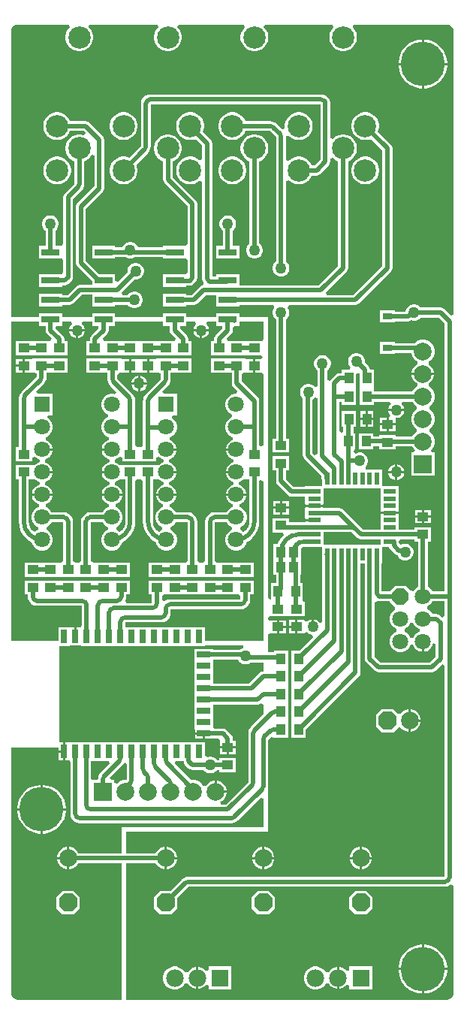
<source format=gtl>
G04*
G04 #@! TF.GenerationSoftware,Altium Limited,Altium Designer,24.1.2 (44)*
G04*
G04 Layer_Physical_Order=1*
G04 Layer_Color=255*
%FSLAX44Y44*%
%MOMM*%
G71*
G04*
G04 #@! TF.SameCoordinates,0FEA824A-C204-488D-A695-D1978D76774C*
G04*
G04*
G04 #@! TF.FilePolarity,Positive*
G04*
G01*
G75*
%ADD32C,0.5000*%
%ADD33R,1.0000X1.2500*%
%ADD34R,1.2500X1.0000*%
%ADD35R,1.1000X1.2000*%
%ADD36R,0.7000X1.5000*%
%ADD37R,1.5000X0.7000*%
%ADD38R,1.0700X0.7400*%
%ADD39R,0.6000X1.4750*%
%ADD40R,1.4750X0.6000*%
%ADD41R,2.0000X0.8000*%
%ADD42C,2.5240*%
%ADD43C,5.0000*%
%ADD44C,1.9800*%
%ADD45R,1.9800X1.9800*%
%ADD46C,2.0000*%
G04:AMPARAMS|DCode=47|XSize=2mm|YSize=2mm|CornerRadius=0mm|HoleSize=0mm|Usage=FLASHONLY|Rotation=90.000|XOffset=0mm|YOffset=0mm|HoleType=Round|Shape=Octagon|*
%AMOCTAGOND47*
4,1,8,0.5000,1.0000,-0.5000,1.0000,-1.0000,0.5000,-1.0000,-0.5000,-0.5000,-1.0000,0.5000,-1.0000,1.0000,-0.5000,1.0000,0.5000,0.5000,1.0000,0.0*
%
%ADD47OCTAGOND47*%

%ADD48R,2.0000X2.0000*%
%ADD49R,1.8000X1.8000*%
%ADD50C,1.8000*%
%ADD51R,2.0000X2.0000*%
G04:AMPARAMS|DCode=52|XSize=2mm|YSize=2mm|CornerRadius=0mm|HoleSize=0mm|Usage=FLASHONLY|Rotation=0.000|XOffset=0mm|YOffset=0mm|HoleType=Round|Shape=Octagon|*
%AMOCTAGOND52*
4,1,8,1.0000,-0.5000,1.0000,0.5000,0.5000,1.0000,-0.5000,1.0000,-1.0000,0.5000,-1.0000,-0.5000,-0.5000,-1.0000,0.5000,-1.0000,1.0000,-0.5000,0.0*
%
%ADD52OCTAGOND52*%

G04:AMPARAMS|DCode=53|XSize=1.8mm|YSize=1.8mm|CornerRadius=0mm|HoleSize=0mm|Usage=FLASHONLY|Rotation=270.000|XOffset=0mm|YOffset=0mm|HoleType=Round|Shape=Octagon|*
%AMOCTAGOND53*
4,1,8,-0.4500,-0.9000,0.4500,-0.9000,0.9000,-0.4500,0.9000,0.4500,0.4500,0.9000,-0.4500,0.9000,-0.9000,0.4500,-0.9000,-0.4500,-0.4500,-0.9000,0.0*
%
%ADD53OCTAGOND53*%

%ADD54C,1.2700*%
G36*
X499146Y1104191D02*
X500867Y1103478D01*
X502345Y1102345D01*
X503478Y1100867D01*
X504191Y1099146D01*
X504417Y1097426D01*
X504392Y1097300D01*
Y777781D01*
X501392Y776538D01*
X493965Y783965D01*
X492146Y785181D01*
X490000Y785608D01*
X467559D01*
X467482Y785741D01*
X465741Y787482D01*
X463609Y788713D01*
X461231Y789350D01*
X458769D01*
X456391Y788713D01*
X454259Y787482D01*
X452518Y785741D01*
X451287Y783609D01*
X450650Y781231D01*
Y781108D01*
X438350D01*
Y782200D01*
X421650D01*
Y768800D01*
X438350D01*
Y769892D01*
X453416D01*
X455562Y770319D01*
X456834Y771169D01*
X458769Y770650D01*
X461231D01*
X463609Y771287D01*
X465741Y772518D01*
X467482Y774259D01*
X467559Y774392D01*
X487677D01*
X494392Y767677D01*
Y465608D01*
X480619D01*
X479602Y467368D01*
X477368Y469602D01*
X475608Y470619D01*
Y522000D01*
X479250D01*
Y538000D01*
X460750D01*
Y535608D01*
X442755D01*
Y540000D01*
Y552000D01*
X442295D01*
Y552730D01*
X422465D01*
Y552000D01*
X422005D01*
Y540000D01*
Y535608D01*
X402323D01*
X395965Y541965D01*
X379965Y557965D01*
X378146Y559181D01*
X376000Y559608D01*
X357995D01*
Y560000D01*
X357535D01*
Y560730D01*
X337705D01*
Y560000D01*
X337245D01*
Y548000D01*
X337705D01*
Y547270D01*
X347620D01*
Y544730D01*
X337705D01*
Y544000D01*
X337245D01*
Y543608D01*
X319250D01*
Y548000D01*
X300750D01*
Y532000D01*
X311882D01*
X312956Y529000D01*
X311882Y528119D01*
X308695Y524236D01*
X306327Y519806D01*
X306083Y519000D01*
X301500D01*
Y501000D01*
Y484000D01*
X304392D01*
Y475050D01*
X298509D01*
Y456550D01*
X298509D01*
X298504Y456485D01*
X298000Y456203D01*
X295000Y457963D01*
Y775000D01*
X263000D01*
Y779000D01*
X237000D01*
Y775000D01*
X203000D01*
Y779000D01*
X177000D01*
Y775000D01*
X123000D01*
Y779000D01*
X97000D01*
Y775000D01*
X63000D01*
Y779000D01*
X37000D01*
Y775000D01*
X5608D01*
Y1097300D01*
X5583Y1097426D01*
X5809Y1099146D01*
X6522Y1100867D01*
X7656Y1102345D01*
X9133Y1103478D01*
X10854Y1104191D01*
X12574Y1104417D01*
X12700Y1104392D01*
X70719D01*
X70782Y1104314D01*
X71802Y1101392D01*
X70367Y1099957D01*
X68658Y1097399D01*
X67480Y1094556D01*
X66880Y1091538D01*
Y1088462D01*
X67480Y1085444D01*
X68658Y1082601D01*
X70367Y1080043D01*
X72543Y1077867D01*
X75101Y1076158D01*
X77944Y1074980D01*
X80962Y1074380D01*
X84038D01*
X87056Y1074980D01*
X89899Y1076158D01*
X92457Y1077867D01*
X94633Y1080043D01*
X96342Y1082601D01*
X97520Y1085444D01*
X98120Y1088462D01*
Y1091538D01*
X97520Y1094556D01*
X96342Y1097399D01*
X94633Y1099957D01*
X93198Y1101392D01*
X94218Y1104314D01*
X94281Y1104392D01*
X170719D01*
X170782Y1104314D01*
X171802Y1101392D01*
X170367Y1099957D01*
X168658Y1097399D01*
X167480Y1094556D01*
X166880Y1091538D01*
Y1088462D01*
X167480Y1085444D01*
X168658Y1082601D01*
X170367Y1080043D01*
X172543Y1077867D01*
X175101Y1076158D01*
X177944Y1074980D01*
X180962Y1074380D01*
X184038D01*
X187056Y1074980D01*
X189899Y1076158D01*
X192457Y1077867D01*
X194633Y1080043D01*
X196342Y1082601D01*
X197520Y1085444D01*
X198120Y1088462D01*
Y1091538D01*
X197520Y1094556D01*
X196342Y1097399D01*
X194633Y1099957D01*
X193198Y1101392D01*
X194218Y1104314D01*
X194281Y1104392D01*
X268219D01*
X268282Y1104314D01*
X269302Y1101392D01*
X267867Y1099957D01*
X266158Y1097399D01*
X264980Y1094556D01*
X264380Y1091538D01*
Y1088462D01*
X264980Y1085444D01*
X266158Y1082601D01*
X267867Y1080043D01*
X270043Y1077867D01*
X272601Y1076158D01*
X275444Y1074980D01*
X278462Y1074380D01*
X281538D01*
X284556Y1074980D01*
X287399Y1076158D01*
X289957Y1077867D01*
X292133Y1080043D01*
X293842Y1082601D01*
X295020Y1085444D01*
X295620Y1088462D01*
Y1091538D01*
X295020Y1094556D01*
X293842Y1097399D01*
X292133Y1099957D01*
X290698Y1101392D01*
X291718Y1104314D01*
X291781Y1104392D01*
X368219D01*
X368282Y1104314D01*
X369302Y1101392D01*
X367867Y1099957D01*
X366158Y1097399D01*
X364980Y1094556D01*
X364380Y1091538D01*
Y1088462D01*
X364980Y1085444D01*
X366158Y1082601D01*
X367867Y1080043D01*
X370043Y1077867D01*
X372601Y1076158D01*
X375444Y1074980D01*
X378462Y1074380D01*
X381538D01*
X384556Y1074980D01*
X387399Y1076158D01*
X389957Y1077867D01*
X392133Y1080043D01*
X393842Y1082601D01*
X395020Y1085444D01*
X395620Y1088462D01*
Y1091538D01*
X395020Y1094556D01*
X393842Y1097399D01*
X392133Y1099957D01*
X390698Y1101392D01*
X391718Y1104314D01*
X391781Y1104392D01*
X497300D01*
X497426Y1104417D01*
X499146Y1104191D01*
D02*
G37*
G36*
X237000Y765000D02*
X243613D01*
X244069Y762000D01*
X236035Y753965D01*
X234819Y752146D01*
X234392Y750000D01*
Y748000D01*
X230750D01*
Y732000D01*
X247750D01*
X250000Y732000D01*
X252250Y732000D01*
X269250D01*
Y732000D01*
X270750D01*
Y732000D01*
X288088Y732000D01*
X289047Y730070D01*
X287431Y727540D01*
X281270D01*
Y720000D01*
Y712460D01*
X287000D01*
X288790Y712460D01*
X290000Y709961D01*
Y630689D01*
X289844Y630128D01*
X286483Y629246D01*
X285608Y630121D01*
Y650000D01*
Y680000D01*
X285181Y682146D01*
X283965Y683965D01*
X265608Y702323D01*
Y709879D01*
X267729Y712000D01*
X269250D01*
X272059Y712460D01*
X272250D01*
X278730D01*
Y720000D01*
Y727540D01*
X272059D01*
X269250Y728000D01*
X268400Y728000D01*
X250750D01*
Y728000D01*
X249250D01*
Y728000D01*
X230750D01*
Y712000D01*
X249250D01*
Y712000D01*
X250750D01*
Y712000D01*
X254392D01*
Y700000D01*
X254819Y697854D01*
X256035Y696035D01*
X260870Y691200D01*
X259627Y688200D01*
X257790D01*
X254738Y687382D01*
X252002Y685802D01*
X249768Y683568D01*
X248188Y680832D01*
X247370Y677780D01*
Y674620D01*
X248188Y671568D01*
X249768Y668832D01*
X252002Y666598D01*
X254655Y665066D01*
X254738Y664711D01*
Y662289D01*
X254655Y661934D01*
X252002Y660402D01*
X249768Y658168D01*
X248188Y655432D01*
X247370Y652380D01*
Y649220D01*
X248188Y646168D01*
X249768Y643432D01*
X252002Y641198D01*
X254738Y639618D01*
X255496Y639415D01*
Y636309D01*
X254916Y636153D01*
X252284Y634634D01*
X250136Y632486D01*
X248616Y629854D01*
X247830Y626919D01*
Y626670D01*
X259370D01*
Y624130D01*
X247830D01*
Y623881D01*
X248616Y620946D01*
X250136Y618314D01*
X252284Y616166D01*
X254916Y614646D01*
X256384Y614253D01*
Y611147D01*
X254916Y610754D01*
X252284Y609234D01*
X250136Y607086D01*
X248616Y604454D01*
X247830Y601519D01*
Y601270D01*
X259370D01*
Y598730D01*
X247830D01*
Y598481D01*
X248616Y595546D01*
X250136Y592914D01*
X252284Y590766D01*
X254916Y589246D01*
X256384Y588853D01*
Y585747D01*
X254916Y585354D01*
X252284Y583834D01*
X250136Y581686D01*
X248616Y579054D01*
X247830Y576119D01*
Y575870D01*
X270910D01*
Y576119D01*
X270124Y579054D01*
X268604Y581686D01*
X266456Y583834D01*
X263824Y585354D01*
X262356Y585747D01*
Y588853D01*
X263824Y589246D01*
X266456Y590766D01*
X267750Y592060D01*
X270750Y592000D01*
Y592000D01*
X274392D01*
Y544430D01*
X274428Y544251D01*
X274156Y541489D01*
X273298Y538661D01*
X271905Y536054D01*
X270234Y534018D01*
X267481Y532660D01*
X266738Y533402D01*
X264085Y534934D01*
X264002Y535289D01*
Y537711D01*
X264085Y538066D01*
X266738Y539598D01*
X268972Y541832D01*
X270552Y544568D01*
X271370Y547620D01*
Y550780D01*
X270552Y553832D01*
X268972Y556568D01*
X266738Y558802D01*
X264002Y560382D01*
X263244Y560585D01*
Y563691D01*
X263824Y563846D01*
X266456Y565366D01*
X268604Y567514D01*
X270124Y570146D01*
X270910Y573081D01*
Y573330D01*
X247830D01*
Y573081D01*
X248616Y570146D01*
X250136Y567514D01*
X252284Y565366D01*
X254916Y563846D01*
X255496Y563691D01*
Y560585D01*
X254738Y560382D01*
X252002Y558802D01*
X249768Y556568D01*
X248751Y554808D01*
X235000D01*
X234745Y554757D01*
X232259Y554430D01*
X229705Y553372D01*
X227511Y551689D01*
X225828Y549495D01*
X224770Y546941D01*
X224443Y544455D01*
X224392Y544200D01*
Y500121D01*
X222271Y498000D01*
X217729D01*
X215608Y500121D01*
Y544200D01*
X215557Y544455D01*
X215230Y546941D01*
X214172Y549495D01*
X212489Y551689D01*
X210295Y553372D01*
X207741Y554430D01*
X205255Y554757D01*
X205000Y554808D01*
X191249D01*
X190232Y556568D01*
X187998Y558802D01*
X185262Y560382D01*
X184504Y560585D01*
Y563691D01*
X185084Y563846D01*
X187716Y565366D01*
X189864Y567514D01*
X191383Y570146D01*
X192170Y573081D01*
Y573330D01*
X169090D01*
Y573081D01*
X169876Y570146D01*
X171396Y567514D01*
X173544Y565366D01*
X176176Y563846D01*
X176756Y563691D01*
Y560585D01*
X175998Y560382D01*
X173262Y558802D01*
X171028Y556568D01*
X169448Y553832D01*
X168630Y550780D01*
Y547620D01*
X169448Y544568D01*
X171028Y541832D01*
X173262Y539598D01*
X175915Y538066D01*
X175998Y537711D01*
Y535289D01*
X175915Y534934D01*
X173262Y533402D01*
X172519Y532660D01*
X169766Y534018D01*
X168095Y536054D01*
X166702Y538661D01*
X165844Y541489D01*
X165572Y544251D01*
X165608Y544430D01*
Y592000D01*
X169250D01*
X169250Y592000D01*
X172250Y592060D01*
X173544Y590766D01*
X176176Y589246D01*
X177644Y588853D01*
Y585747D01*
X176176Y585354D01*
X173544Y583834D01*
X171396Y581686D01*
X169876Y579054D01*
X169090Y576119D01*
Y575870D01*
X192170D01*
Y576119D01*
X191383Y579054D01*
X189864Y581686D01*
X187716Y583834D01*
X185084Y585354D01*
X183616Y585747D01*
Y588853D01*
X185084Y589246D01*
X187716Y590766D01*
X189864Y592914D01*
X191383Y595546D01*
X192170Y598481D01*
Y598730D01*
X180630D01*
Y601270D01*
X192170D01*
Y601519D01*
X191383Y604454D01*
X189864Y607086D01*
X187716Y609234D01*
X185084Y610754D01*
X183616Y611147D01*
Y614253D01*
X185084Y614646D01*
X187716Y616166D01*
X189864Y618314D01*
X191383Y620946D01*
X192170Y623881D01*
Y624130D01*
X180630D01*
Y626670D01*
X192170D01*
Y626919D01*
X191383Y629854D01*
X189864Y632486D01*
X187716Y634634D01*
X185084Y636153D01*
X184504Y636309D01*
Y639415D01*
X185262Y639618D01*
X187998Y641198D01*
X190232Y643432D01*
X191812Y646168D01*
X192630Y649220D01*
Y652380D01*
X191812Y655432D01*
X190232Y658168D01*
X187998Y660402D01*
X186617Y661200D01*
X187420Y664200D01*
X192630D01*
Y688200D01*
X177550D01*
X176402Y690972D01*
X180400Y694969D01*
X182510Y697079D01*
X182518Y697092D01*
X182518Y697092D01*
X182669Y697317D01*
X184172Y699276D01*
X185230Y701830D01*
X185557Y704316D01*
X185608Y704571D01*
Y712000D01*
X189250D01*
Y712000D01*
X190750D01*
Y712000D01*
X209250D01*
Y728000D01*
X190750D01*
Y728000D01*
X189250D01*
Y728000D01*
X171600D01*
X170750Y728000D01*
X167941Y727540D01*
X161270D01*
Y720000D01*
Y712460D01*
X167941D01*
X170750Y712000D01*
X171392Y712000D01*
X174392Y711500D01*
Y704823D01*
X159600Y690031D01*
X157490Y687921D01*
X157482Y687908D01*
X157482Y687908D01*
X157331Y687683D01*
X155828Y685724D01*
X154770Y683170D01*
X154443Y680684D01*
X154392Y680429D01*
Y650000D01*
Y630121D01*
X152271Y628000D01*
X147729D01*
X145608Y630121D01*
Y650000D01*
Y680429D01*
X145557Y680684D01*
X145230Y683170D01*
X144172Y685724D01*
X142669Y687683D01*
X142518Y687908D01*
X142518Y687908D01*
X142510Y687921D01*
X142510Y687921D01*
X140401Y690030D01*
X125608Y704823D01*
Y709879D01*
X127729Y712000D01*
X129250D01*
X132059Y712460D01*
X138730D01*
Y720000D01*
Y727540D01*
X132059D01*
X129250Y728000D01*
X128400Y728000D01*
X110750D01*
Y728000D01*
X109250D01*
Y728000D01*
X90750D01*
Y712000D01*
X109250D01*
Y712000D01*
X110750D01*
Y712000D01*
X114392D01*
Y704571D01*
X114443Y704316D01*
X114770Y701830D01*
X115828Y699276D01*
X117331Y697317D01*
X117482Y697092D01*
X117482Y697092D01*
X117490Y697079D01*
X119600Y694969D01*
X124110Y690459D01*
X122558Y687769D01*
X120950Y688200D01*
X117790D01*
X114738Y687382D01*
X112002Y685802D01*
X109768Y683568D01*
X108188Y680832D01*
X107370Y677780D01*
Y674620D01*
X108188Y671568D01*
X109768Y668832D01*
X112002Y666598D01*
X114655Y665066D01*
X114738Y664711D01*
Y662289D01*
X114655Y661934D01*
X112002Y660402D01*
X109768Y658168D01*
X108188Y655432D01*
X107370Y652380D01*
Y649220D01*
X108188Y646168D01*
X109768Y643432D01*
X112002Y641198D01*
X114738Y639618D01*
X115496Y639415D01*
Y636309D01*
X114916Y636153D01*
X112284Y634634D01*
X110136Y632486D01*
X108616Y629854D01*
X107830Y626919D01*
Y626670D01*
X119370D01*
Y624130D01*
X107830D01*
Y623881D01*
X108616Y620946D01*
X110136Y618314D01*
X112284Y616166D01*
X114916Y614646D01*
X116384Y614253D01*
Y611147D01*
X114916Y610754D01*
X112284Y609234D01*
X110136Y607086D01*
X108616Y604454D01*
X107830Y601519D01*
Y601270D01*
X119370D01*
Y598730D01*
X107830D01*
Y598481D01*
X108616Y595546D01*
X110136Y592914D01*
X112284Y590766D01*
X114916Y589246D01*
X116384Y588853D01*
Y585747D01*
X114916Y585354D01*
X112284Y583834D01*
X110136Y581686D01*
X108616Y579054D01*
X107830Y576119D01*
Y575870D01*
X130910D01*
Y576119D01*
X130124Y579054D01*
X128604Y581686D01*
X126456Y583834D01*
X123824Y585354D01*
X122356Y585747D01*
Y588853D01*
X123824Y589246D01*
X126456Y590766D01*
X127750Y592060D01*
X130750Y592000D01*
Y592000D01*
X134392D01*
Y544430D01*
X134428Y544251D01*
X134156Y541489D01*
X133298Y538661D01*
X131905Y536054D01*
X130234Y534018D01*
X127481Y532660D01*
X126738Y533402D01*
X124085Y534934D01*
X124002Y535289D01*
Y537711D01*
X124085Y538066D01*
X126738Y539598D01*
X128972Y541832D01*
X130552Y544568D01*
X131370Y547620D01*
Y550780D01*
X130552Y553832D01*
X128972Y556568D01*
X126738Y558802D01*
X124002Y560382D01*
X123244Y560585D01*
Y563691D01*
X123824Y563846D01*
X126456Y565366D01*
X128604Y567514D01*
X130124Y570146D01*
X130910Y573081D01*
Y573330D01*
X107830D01*
Y573081D01*
X108616Y570146D01*
X110136Y567514D01*
X112284Y565366D01*
X114916Y563846D01*
X115496Y563691D01*
Y560585D01*
X114738Y560382D01*
X112002Y558802D01*
X109768Y556568D01*
X108751Y554808D01*
X95000D01*
X94745Y554757D01*
X92259Y554430D01*
X89705Y553372D01*
X87511Y551689D01*
X85828Y549495D01*
X84770Y546941D01*
X84443Y544455D01*
X84392Y544200D01*
Y500121D01*
X82271Y498000D01*
X80750D01*
X78608Y498000D01*
X75608Y500071D01*
Y544200D01*
X75557Y544455D01*
X75230Y546941D01*
X74172Y549495D01*
X72489Y551689D01*
X70295Y553372D01*
X67741Y554430D01*
X65255Y554757D01*
X65000Y554808D01*
X51249D01*
X50232Y556568D01*
X47998Y558802D01*
X45262Y560382D01*
X44504Y560585D01*
Y563691D01*
X45084Y563846D01*
X47716Y565366D01*
X49864Y567514D01*
X51384Y570146D01*
X52170Y573081D01*
Y573330D01*
X29090D01*
Y573081D01*
X29876Y570146D01*
X31396Y567514D01*
X33544Y565366D01*
X36176Y563846D01*
X36756Y563691D01*
Y560585D01*
X35998Y560382D01*
X33262Y558802D01*
X31028Y556568D01*
X29448Y553832D01*
X28630Y550780D01*
Y547620D01*
X29448Y544568D01*
X31028Y541832D01*
X33262Y539598D01*
X35915Y538066D01*
X35998Y537711D01*
Y535289D01*
X35915Y534934D01*
X33262Y533402D01*
X32519Y532660D01*
X29766Y534018D01*
X28095Y536054D01*
X26702Y538661D01*
X25844Y541489D01*
X25572Y544251D01*
X25608Y544430D01*
Y592000D01*
X29250D01*
X29250Y592000D01*
X32250Y592060D01*
X33544Y590766D01*
X36176Y589246D01*
X37644Y588853D01*
Y585747D01*
X36176Y585354D01*
X33544Y583834D01*
X31396Y581686D01*
X29876Y579054D01*
X29090Y576119D01*
Y575870D01*
X52170D01*
Y576119D01*
X51384Y579054D01*
X49864Y581686D01*
X47716Y583834D01*
X45084Y585354D01*
X43616Y585747D01*
Y588853D01*
X45084Y589246D01*
X47716Y590766D01*
X49864Y592914D01*
X51384Y595546D01*
X52170Y598481D01*
Y598730D01*
X40630D01*
Y601270D01*
X52170D01*
Y601519D01*
X51384Y604454D01*
X49864Y607086D01*
X47716Y609234D01*
X45084Y610754D01*
X43616Y611147D01*
Y614253D01*
X45084Y614646D01*
X47716Y616166D01*
X49864Y618314D01*
X51384Y620946D01*
X52170Y623881D01*
Y624130D01*
X40630D01*
Y626670D01*
X52170D01*
Y626919D01*
X51384Y629854D01*
X49864Y632486D01*
X47716Y634634D01*
X45084Y636153D01*
X44504Y636309D01*
Y639415D01*
X45262Y639618D01*
X47998Y641198D01*
X50232Y643432D01*
X51812Y646168D01*
X52630Y649220D01*
Y652380D01*
X51812Y655432D01*
X50232Y658168D01*
X47998Y660402D01*
X46617Y661200D01*
X47420Y664200D01*
X52630D01*
Y688200D01*
X35050D01*
X33902Y690972D01*
X40400Y697469D01*
X42510Y699579D01*
X42518Y699592D01*
X42518Y699592D01*
X42669Y699817D01*
X44172Y701776D01*
X45230Y704330D01*
X45557Y706816D01*
X45608Y707071D01*
Y712000D01*
X49250D01*
Y712000D01*
X50750D01*
Y712000D01*
X69250D01*
Y728000D01*
X50750D01*
Y728000D01*
X49250D01*
Y728000D01*
X31600D01*
X30750Y728000D01*
X27941Y727540D01*
X21270D01*
Y720000D01*
Y712460D01*
X27941D01*
X30750Y712000D01*
X31392Y712000D01*
X34392Y711500D01*
Y707323D01*
X19600Y692531D01*
X17490Y690421D01*
X17482Y690408D01*
X17482Y690408D01*
X17331Y690183D01*
X15828Y688224D01*
X14770Y685670D01*
X14443Y683184D01*
X14392Y682929D01*
Y650000D01*
Y628000D01*
X10750D01*
Y612000D01*
X29250D01*
Y616252D01*
X32250Y617460D01*
X33544Y616166D01*
X36176Y614646D01*
X37644Y614253D01*
Y611147D01*
X36176Y610754D01*
X33544Y609234D01*
X32250Y607940D01*
X29250Y608000D01*
Y608000D01*
X10750D01*
Y592000D01*
X14392D01*
Y544430D01*
X14374D01*
X14878Y539308D01*
X16372Y534382D01*
X18799Y529843D01*
X22064Y525864D01*
X26043Y522599D01*
X28944Y521048D01*
X29448Y519168D01*
X31028Y516432D01*
X33262Y514198D01*
X35998Y512618D01*
X39050Y511800D01*
X42210D01*
X45262Y512618D01*
X47998Y514198D01*
X50232Y516432D01*
X51812Y519168D01*
X52630Y522220D01*
Y525380D01*
X51812Y528432D01*
X50232Y531168D01*
X47998Y533402D01*
X45345Y534934D01*
X45262Y535289D01*
Y537711D01*
X45345Y538066D01*
X47998Y539598D01*
X50232Y541832D01*
X51249Y543592D01*
X64392D01*
Y500071D01*
X61392Y498000D01*
X59250Y498000D01*
X57750Y498000D01*
X40750D01*
Y498000D01*
X39250D01*
Y498000D01*
X20750D01*
Y482000D01*
X39250D01*
Y482000D01*
X40750D01*
Y482000D01*
X57750D01*
X60750Y482000D01*
X62250Y482000D01*
X77750D01*
X79250Y482000D01*
X82250Y482000D01*
X97750D01*
X99250Y482000D01*
X102250Y482000D01*
X119250D01*
Y482000D01*
X120750Y482000D01*
Y482000D01*
X139250D01*
Y498000D01*
X120750D01*
Y498000D01*
X119250Y498000D01*
Y498000D01*
X102250D01*
X100750Y498000D01*
X98608Y498000D01*
X95608Y500071D01*
Y543592D01*
X108751D01*
X109768Y541832D01*
X112002Y539598D01*
X114655Y538066D01*
X114738Y537711D01*
Y535289D01*
X114655Y534934D01*
X112002Y533402D01*
X109768Y531168D01*
X108188Y528432D01*
X107370Y525380D01*
Y522220D01*
X108188Y519168D01*
X109768Y516432D01*
X112002Y514198D01*
X114738Y512618D01*
X117790Y511800D01*
X120950D01*
X124002Y512618D01*
X126738Y514198D01*
X128972Y516432D01*
X130552Y519168D01*
X131056Y521048D01*
X133957Y522599D01*
X137936Y525864D01*
X141201Y529843D01*
X143628Y534382D01*
X145122Y539308D01*
X145626Y544430D01*
X145608D01*
Y589879D01*
X147729Y592000D01*
X152271D01*
X154392Y589879D01*
Y544430D01*
X154374D01*
X154878Y539308D01*
X156372Y534382D01*
X158799Y529843D01*
X162064Y525864D01*
X166043Y522599D01*
X168944Y521048D01*
X169448Y519168D01*
X171028Y516432D01*
X173262Y514198D01*
X175998Y512618D01*
X179050Y511800D01*
X182210D01*
X185262Y512618D01*
X187998Y514198D01*
X190232Y516432D01*
X191812Y519168D01*
X192630Y522220D01*
Y525380D01*
X191812Y528432D01*
X190232Y531168D01*
X187998Y533402D01*
X185345Y534934D01*
X185262Y535289D01*
Y537711D01*
X185345Y538066D01*
X187998Y539598D01*
X190232Y541832D01*
X191249Y543592D01*
X204392D01*
Y500121D01*
X202271Y498000D01*
X200000Y498000D01*
X197750Y498000D01*
X180750D01*
Y498000D01*
X179250D01*
Y498000D01*
X160750D01*
Y482000D01*
X179250D01*
Y482000D01*
X180750D01*
Y482000D01*
X197750D01*
X200000Y482000D01*
X202250Y482000D01*
X217750D01*
X220000Y482000D01*
X222250Y482000D01*
X237750D01*
X240000Y482000D01*
X242250Y482000D01*
X259250D01*
Y482000D01*
X260750D01*
Y482000D01*
X279250D01*
Y498000D01*
X260750D01*
Y498000D01*
X259250D01*
Y498000D01*
X242250D01*
X240000Y498000D01*
X237729Y498000D01*
X235608Y500121D01*
Y543592D01*
X248751D01*
X249768Y541832D01*
X252002Y539598D01*
X254655Y538066D01*
X254738Y537711D01*
Y535289D01*
X254655Y534934D01*
X252002Y533402D01*
X249768Y531168D01*
X248188Y528432D01*
X247370Y525380D01*
Y522220D01*
X248188Y519168D01*
X249768Y516432D01*
X252002Y514198D01*
X254738Y512618D01*
X257790Y511800D01*
X260950D01*
X264002Y512618D01*
X266738Y514198D01*
X268972Y516432D01*
X270552Y519168D01*
X271056Y521048D01*
X273957Y522599D01*
X277936Y525864D01*
X281201Y529843D01*
X283628Y534382D01*
X285122Y539308D01*
X285626Y544430D01*
X285608D01*
Y589879D01*
X286483Y590754D01*
X289844Y589872D01*
X290000Y589311D01*
Y410000D01*
X224350D01*
Y425270D01*
X134558D01*
Y430713D01*
X175000D01*
X175255Y430763D01*
X177741Y431091D01*
X180295Y432149D01*
X182489Y433832D01*
X184172Y436025D01*
X185230Y438579D01*
X185557Y441066D01*
X185608Y441320D01*
Y445432D01*
X264576D01*
X264831Y445483D01*
X267318Y445810D01*
X269872Y446868D01*
X272065Y448551D01*
X273748Y450745D01*
X274806Y453299D01*
X275052Y455169D01*
X275179Y455720D01*
X275369Y462000D01*
X279250D01*
Y478000D01*
X262250D01*
X260000Y478000D01*
X257750Y478000D01*
X240750D01*
Y478000D01*
X239250D01*
Y478000D01*
X222250D01*
X220000Y478000D01*
X217750Y478000D01*
X200750D01*
Y478000D01*
X199250D01*
Y478000D01*
X182250D01*
X180000Y478000D01*
X177750Y478000D01*
X160750D01*
Y462000D01*
X164392D01*
Y452476D01*
X136262D01*
X135531Y453247D01*
X134501Y455476D01*
X135230Y457235D01*
X135557Y459721D01*
X135608Y459976D01*
Y462000D01*
X139250D01*
Y478000D01*
X122250D01*
X119250Y478000D01*
X117750Y478000D01*
X100750D01*
Y478000D01*
X99250Y478000D01*
Y478000D01*
X82250D01*
X80750Y478000D01*
X77750Y478000D01*
X60750D01*
Y478000D01*
X59250Y478000D01*
Y478000D01*
X42250D01*
X40000Y478000D01*
X37750Y478000D01*
X20750D01*
Y462000D01*
X24392D01*
Y459897D01*
X24443Y459642D01*
X24770Y457156D01*
X25828Y454602D01*
X27511Y452408D01*
X29705Y450725D01*
X32259Y449667D01*
X34745Y449340D01*
X35000Y449289D01*
X85242D01*
Y427374D01*
X84379Y425270D01*
X84350D01*
X84190Y424810D01*
X79420D01*
Y414770D01*
X76880D01*
Y424810D01*
X72110D01*
X71950Y425270D01*
X58950D01*
Y410000D01*
X5608D01*
Y770000D01*
X37000D01*
Y765000D01*
X44392D01*
Y760000D01*
X44819Y757854D01*
X46035Y756035D01*
X51295Y750774D01*
X50146Y748000D01*
X47750Y748000D01*
X30750D01*
Y748000D01*
X29250D01*
Y748000D01*
X10750D01*
Y732000D01*
X29250D01*
Y732000D01*
X30750D01*
Y732000D01*
X47750D01*
X50000Y732000D01*
X52250Y732000D01*
X69250D01*
Y748000D01*
X65608D01*
Y750000D01*
X65181Y752146D01*
X63965Y753965D01*
X55931Y762000D01*
X56387Y765000D01*
X63000D01*
Y770000D01*
X73540D01*
X74400Y767523D01*
X74428Y767000D01*
X72886Y765459D01*
X71716Y763431D01*
X71137Y761270D01*
X88863D01*
X88284Y763431D01*
X87114Y765459D01*
X85572Y767000D01*
X85600Y767523D01*
X86460Y770000D01*
X97000D01*
Y765000D01*
X103613D01*
X104069Y762000D01*
X96035Y753965D01*
X94819Y752146D01*
X94392Y750000D01*
Y748000D01*
X90750D01*
Y732000D01*
X107750D01*
X110000Y732000D01*
X112250Y732000D01*
X129250D01*
Y732000D01*
X130750D01*
Y732000D01*
X147750D01*
X150000Y732000D01*
X152250Y732000D01*
X169250D01*
Y732000D01*
X170750D01*
Y732000D01*
X187750D01*
X190000Y732000D01*
X192250Y732000D01*
X209250D01*
Y748000D01*
X205608D01*
Y750000D01*
X205181Y752146D01*
X203965Y753965D01*
X195931Y762000D01*
X196387Y765000D01*
X203000D01*
Y770000D01*
X213540D01*
X214400Y767523D01*
X214428Y767000D01*
X212886Y765459D01*
X211716Y763431D01*
X211137Y761270D01*
X228863D01*
X228284Y763431D01*
X227114Y765459D01*
X225572Y767000D01*
X225600Y767523D01*
X226460Y770000D01*
X237000D01*
Y765000D01*
D02*
G37*
G36*
X290000Y750689D02*
X289250Y748000D01*
X287000Y748000D01*
X270750D01*
Y748000D01*
X269250D01*
Y748000D01*
X252250D01*
X249854Y748000D01*
X248705Y750774D01*
X253965Y756035D01*
X255181Y757854D01*
X255608Y760000D01*
Y762438D01*
X257303Y764892D01*
X257845Y765000D01*
X263000D01*
Y770000D01*
X290000D01*
Y750689D01*
D02*
G37*
G36*
X177000Y765000D02*
X184392D01*
Y760000D01*
X184819Y757854D01*
X186035Y756035D01*
X191295Y750774D01*
X190146Y748000D01*
X187750Y748000D01*
X170750D01*
Y748000D01*
X169250D01*
Y748000D01*
X152250D01*
X150000Y748000D01*
X147750Y748000D01*
X130750D01*
Y748000D01*
X129250D01*
Y748000D01*
X112250D01*
X109854Y748000D01*
X108705Y750774D01*
X113965Y756035D01*
X115181Y757854D01*
X115608Y760000D01*
Y765000D01*
X123000D01*
Y770000D01*
X177000D01*
Y765000D01*
D02*
G37*
G36*
X130750Y616252D02*
Y612000D01*
X147750D01*
X150000Y612000D01*
X152250Y612000D01*
X169250D01*
Y616252D01*
X172250Y617460D01*
X173544Y616166D01*
X176176Y614646D01*
X177644Y614253D01*
Y611147D01*
X176176Y610754D01*
X173544Y609234D01*
X172250Y607940D01*
X169250Y608000D01*
Y608000D01*
X152250D01*
X150000Y608000D01*
X147750Y608000D01*
X130750D01*
X130750Y608000D01*
X127750Y607940D01*
X126456Y609234D01*
X123824Y610754D01*
X122356Y611147D01*
Y614253D01*
X123824Y614646D01*
X126456Y616166D01*
X127750Y617460D01*
X130750Y616252D01*
D02*
G37*
G36*
X396035Y526035D02*
X397854Y524819D01*
X400000Y524392D01*
X422005D01*
Y524000D01*
Y517995D01*
X357995D01*
Y524000D01*
Y532000D01*
Y532392D01*
X389677D01*
X396035Y526035D01*
D02*
G37*
G36*
X460750Y522000D02*
X464392D01*
Y470619D01*
X462632Y469602D01*
X460398Y467368D01*
X459600Y465987D01*
X459234Y465988D01*
X456311Y466289D01*
X450600Y472000D01*
X438600D01*
X432600Y466000D01*
Y465608D01*
X423608D01*
Y497245D01*
X424000D01*
Y516000D01*
X431871D01*
X432074Y514979D01*
X433290Y513160D01*
X438941Y507508D01*
X440761Y506292D01*
X441420Y506161D01*
X442518Y504259D01*
X444259Y502518D01*
X446391Y501287D01*
X448769Y500650D01*
X451231D01*
X453609Y501287D01*
X455741Y502518D01*
X457482Y504259D01*
X458713Y506391D01*
X459350Y508769D01*
Y511231D01*
X458713Y513609D01*
X457482Y515741D01*
X455741Y517482D01*
X453609Y518713D01*
X451231Y519350D01*
X448769D01*
X446391Y518713D01*
X445297Y518081D01*
X442863Y519953D01*
Y521500D01*
X444518Y524392D01*
X460750D01*
Y522000D01*
D02*
G37*
G36*
X239250Y462000D02*
X240750D01*
Y462000D01*
X257750D01*
X259250Y462000D01*
X261994Y462000D01*
X264083Y459847D01*
X263987Y456648D01*
X185000D01*
X184745Y456597D01*
X182259Y456270D01*
X179705Y455212D01*
X178608Y454370D01*
X175608Y455775D01*
Y459879D01*
X177729Y462000D01*
X180000Y462000D01*
X182250Y462000D01*
X199250D01*
Y462000D01*
X200750D01*
Y462000D01*
X217750D01*
X220000Y462000D01*
X222250Y462000D01*
X239250D01*
Y462000D01*
D02*
G37*
G36*
X337245Y516000D02*
Y516000D01*
X356000D01*
Y507467D01*
X355941Y507168D01*
X356000Y506870D01*
Y497245D01*
X356392D01*
Y431377D01*
X353392Y430573D01*
X353068Y431134D01*
X351413Y432789D01*
X349386Y433960D01*
X347224Y434539D01*
Y425676D01*
X344684D01*
Y434539D01*
X342523Y433960D01*
X340496Y432789D01*
X339243Y431537D01*
X337607Y431847D01*
X336243Y432635D01*
Y433219D01*
X328723D01*
Y425679D01*
Y418139D01*
X336243D01*
Y418717D01*
X337607Y419504D01*
X339243Y419815D01*
X340496Y418562D01*
X342523Y417392D01*
X344649Y416822D01*
X344945Y416335D01*
X345855Y413786D01*
X331320Y399250D01*
X322000D01*
Y380750D01*
X322000Y380750D01*
Y379250D01*
X322000D01*
X322000Y377750D01*
Y360750D01*
X322000Y360750D01*
Y359250D01*
X322000D01*
X322000Y357750D01*
Y340750D01*
X322000D01*
X322000Y339250D01*
X322000D01*
X322000Y337750D01*
Y320750D01*
X322000Y320750D01*
Y319250D01*
X322000D01*
X322000Y317750D01*
Y300750D01*
X338000D01*
Y310069D01*
X397965Y370035D01*
X399181Y371854D01*
X399608Y374000D01*
Y497245D01*
X404392D01*
Y390000D01*
X404819Y387854D01*
X406035Y386035D01*
X416035Y376035D01*
X417854Y374819D01*
X420000Y374392D01*
X480000D01*
X482146Y374819D01*
X483965Y376035D01*
X491392Y383462D01*
X494392Y382219D01*
Y144143D01*
X205607D01*
X205352Y144093D01*
X202866Y143765D01*
X200311Y142707D01*
X198321Y141180D01*
X198106Y141036D01*
X185070Y128000D01*
X173500D01*
X167000Y121500D01*
Y108500D01*
X173500Y102000D01*
X186500D01*
X193000Y108500D01*
Y120069D01*
X205858Y132928D01*
X495000D01*
X495255Y132978D01*
X497741Y133306D01*
X500295Y134364D01*
X501392Y135205D01*
X504392Y133801D01*
Y12700D01*
X504417Y12574D01*
X504191Y10854D01*
X503478Y9133D01*
X502345Y7656D01*
X500867Y6522D01*
X499146Y5809D01*
X497426Y5583D01*
X497300Y5608D01*
X135000D01*
Y159392D01*
X168758D01*
X169965Y157300D01*
X172300Y154965D01*
X175160Y153315D01*
X178349Y152460D01*
X178730D01*
Y165000D01*
Y177540D01*
X178349D01*
X175160Y176685D01*
X172300Y175035D01*
X169965Y172700D01*
X168758Y170608D01*
X135000D01*
Y195000D01*
X295000D01*
Y242660D01*
X295230Y243214D01*
X295557Y245700D01*
X295608Y245955D01*
Y298344D01*
X299000Y301736D01*
X302000Y300750D01*
Y300750D01*
X318000D01*
Y319250D01*
X318000D01*
Y320750D01*
X318000D01*
Y339250D01*
X318000D01*
X318000Y340750D01*
X318000D01*
Y359250D01*
X318000D01*
Y360750D01*
X318000D01*
Y379250D01*
X318000D01*
Y380750D01*
X318000D01*
Y399250D01*
X302000D01*
Y396858D01*
X295000D01*
Y417939D01*
X297933Y418101D01*
X298000Y418101D01*
X305453D01*
Y425641D01*
Y433181D01*
X298000D01*
X297933Y433181D01*
X295000Y433343D01*
Y436369D01*
X297473Y437641D01*
X315218D01*
X315973Y437641D01*
Y437641D01*
X318203Y437679D01*
Y437679D01*
X336703D01*
Y453679D01*
X334821D01*
X334509Y456550D01*
X334509D01*
Y475050D01*
X332117D01*
Y484000D01*
X332500D01*
Y501000D01*
Y513909D01*
X335178Y516102D01*
X337245Y516000D01*
D02*
G37*
G36*
X494392Y437781D02*
X491392Y436538D01*
X489365Y438565D01*
X487546Y439781D01*
X485400Y440208D01*
X480619D01*
X479602Y441968D01*
X477368Y444202D01*
X474715Y445734D01*
X474632Y446089D01*
Y448511D01*
X474715Y448866D01*
X477368Y450398D01*
X479602Y452632D01*
X480619Y454392D01*
X494392D01*
Y437781D01*
D02*
G37*
G36*
X458866Y429885D02*
X460398Y427232D01*
X462632Y424998D01*
X465368Y423418D01*
X466126Y423215D01*
Y420109D01*
X465546Y419953D01*
X462914Y418434D01*
X460766Y416286D01*
X459246Y413654D01*
X459091Y413074D01*
X455985D01*
X455782Y413832D01*
X454202Y416568D01*
X451968Y418802D01*
X449315Y420334D01*
X449232Y420689D01*
Y423111D01*
X449315Y423466D01*
X451968Y424998D01*
X454202Y427232D01*
X455734Y429885D01*
X456089Y429968D01*
X458511D01*
X458866Y429885D01*
D02*
G37*
G36*
X267437Y401777D02*
X266167Y401436D01*
X264035Y400205D01*
X263888Y400058D01*
X233430D01*
Y400950D01*
X212430D01*
Y387950D01*
Y375250D01*
Y362550D01*
Y349850D01*
Y337150D01*
Y324450D01*
Y314400D01*
X212430Y311750D01*
X212890Y308941D01*
Y306820D01*
X222930D01*
Y305550D01*
X224200D01*
Y299510D01*
X232970D01*
Y299942D01*
X239767D01*
X241210Y297540D01*
Y291270D01*
X250000D01*
X258790D01*
Y297540D01*
X255608D01*
Y300000D01*
X255181Y302146D01*
X253965Y303965D01*
X248415Y309515D01*
X246596Y310731D01*
X244450Y311158D01*
X236185D01*
X233430Y311750D01*
X233430Y314399D01*
Y324450D01*
Y338042D01*
X283650D01*
X285796Y338469D01*
X287000Y339274D01*
X290000Y338265D01*
Y326933D01*
X276151Y313084D01*
X276007Y312868D01*
X274480Y310879D01*
X273422Y308324D01*
X273095Y305838D01*
X273044Y305583D01*
Y250975D01*
X247677Y225608D01*
X242066D01*
X241654Y226694D01*
X241548Y228608D01*
X243900Y229965D01*
X246234Y232300D01*
X247885Y235160D01*
X248740Y238349D01*
Y238730D01*
X236200D01*
Y240000D01*
X234930D01*
Y252540D01*
X234549D01*
X231360Y251685D01*
X228500Y250035D01*
X226166Y247700D01*
X225498Y246543D01*
X222034Y246543D01*
X221203Y247982D01*
X218782Y250403D01*
X215818Y252114D01*
X212512Y253000D01*
X209088D01*
X208708Y252898D01*
X190176Y271967D01*
X191344Y274730D01*
X200156D01*
Y274237D01*
X200582Y272091D01*
X201798Y270271D01*
X206035Y266035D01*
X207854Y264819D01*
X210000Y264392D01*
X222441D01*
X222518Y264259D01*
X224259Y262518D01*
X226391Y261287D01*
X228769Y260650D01*
X231231D01*
X233609Y261287D01*
X235741Y262518D01*
X237482Y264259D01*
X237559Y264392D01*
X240750D01*
Y262000D01*
X259250D01*
Y278000D01*
X240750D01*
Y275608D01*
X237559D01*
X237482Y275741D01*
X235741Y277482D01*
X233609Y278713D01*
X231231Y279350D01*
X228769D01*
X227350Y278970D01*
X224350Y280640D01*
Y295730D01*
X71650D01*
X71490Y295270D01*
X66720D01*
Y285230D01*
Y275190D01*
X71490D01*
X72384Y272560D01*
Y215000D01*
X72435Y214745D01*
X72762Y212259D01*
X73820Y209705D01*
X75503Y207511D01*
X77697Y205828D01*
X80251Y204770D01*
X82737Y204443D01*
X82992Y204392D01*
X254045D01*
X254300Y204443D01*
X256786Y204770D01*
X259340Y205828D01*
X261299Y207331D01*
X261524Y207482D01*
X261524Y207482D01*
X261536Y207490D01*
X263646Y209600D01*
X287228Y233182D01*
X290000Y232034D01*
Y200000D01*
X130000D01*
Y170608D01*
X81242D01*
X80035Y172700D01*
X77700Y175035D01*
X74840Y176685D01*
X71651Y177540D01*
X71270D01*
Y165000D01*
Y152460D01*
X71651D01*
X74840Y153315D01*
X77700Y154965D01*
X80035Y157300D01*
X81242Y159392D01*
X130000D01*
Y5608D01*
X12700D01*
X12574Y5583D01*
X10854Y5809D01*
X9133Y6522D01*
X7656Y7656D01*
X6522Y9133D01*
X5809Y10854D01*
X5583Y12574D01*
X5608Y12700D01*
Y290000D01*
X59410D01*
Y286500D01*
X64180D01*
Y295270D01*
X60000D01*
Y404270D01*
X71950D01*
X72110Y404730D01*
X84190D01*
X84350Y404270D01*
X224350D01*
Y404777D01*
X267042D01*
X267437Y401777D01*
D02*
G37*
G36*
X418783Y454819D02*
X420929Y454392D01*
X432600D01*
Y454000D01*
X438311Y448289D01*
X438612Y445366D01*
X438613Y445000D01*
X437232Y444202D01*
X434998Y441968D01*
X433418Y439232D01*
X432600Y436180D01*
Y433020D01*
X433418Y429968D01*
X434998Y427232D01*
X437232Y424998D01*
X439885Y423466D01*
X439968Y423111D01*
Y420689D01*
X439885Y420334D01*
X437232Y418802D01*
X434998Y416568D01*
X433418Y413832D01*
X432600Y410780D01*
Y407620D01*
X433418Y404568D01*
X434998Y401832D01*
X437232Y399598D01*
X439968Y398018D01*
X443020Y397200D01*
X446180D01*
X449232Y398018D01*
X451968Y399598D01*
X454202Y401832D01*
X455782Y404568D01*
X455985Y405326D01*
X459091D01*
X459246Y404746D01*
X460766Y402114D01*
X462914Y399966D01*
X465546Y398446D01*
X468481Y397660D01*
X468730D01*
Y409200D01*
X471270D01*
Y397660D01*
X471519D01*
X474454Y398446D01*
X477086Y399966D01*
X479234Y402114D01*
X480754Y404746D01*
X481392Y407130D01*
X484392Y406735D01*
Y392323D01*
X477677Y385608D01*
X422323D01*
X415608Y392323D01*
Y453333D01*
X418608Y454936D01*
X418783Y454819D01*
D02*
G37*
G36*
X262294Y386983D02*
X264035Y385242D01*
X266167Y384011D01*
X268545Y383374D01*
X271007D01*
X273385Y384011D01*
X275517Y385242D01*
X275918Y385642D01*
X290000D01*
Y375608D01*
X287854Y375181D01*
X286035Y373965D01*
X274027Y361958D01*
X233430D01*
Y362550D01*
Y375250D01*
Y387950D01*
Y388842D01*
X261221D01*
X262294Y386983D01*
D02*
G37*
G36*
X117049Y271958D02*
X108800Y263709D01*
X106690Y261599D01*
X106682Y261587D01*
X106682Y261587D01*
X106531Y261362D01*
X105028Y259403D01*
X103970Y256849D01*
X103643Y254362D01*
X103592Y254107D01*
Y253000D01*
X96200D01*
X95873Y255865D01*
Y274730D01*
X115901D01*
X117049Y271958D01*
D02*
G37*
G36*
X135974Y271003D02*
X135889Y253279D01*
X135611Y253000D01*
X132888D01*
X129582Y252114D01*
X126618Y250403D01*
X125200Y248985D01*
X122200Y250227D01*
Y253000D01*
X118195D01*
X116952Y256000D01*
X129350Y268398D01*
X131460Y270508D01*
X131468Y270520D01*
X133451Y272450D01*
X135974Y271003D01*
D02*
G37*
%LPC*%
G36*
X472168Y1087540D02*
X471270D01*
Y1061270D01*
X497540D01*
Y1062167D01*
X496862Y1066449D01*
X495522Y1070572D01*
X493554Y1074434D01*
X491006Y1077941D01*
X487941Y1081006D01*
X484434Y1083554D01*
X480572Y1085522D01*
X476449Y1086862D01*
X472168Y1087540D01*
D02*
G37*
G36*
X468730D02*
X467832D01*
X463551Y1086862D01*
X459428Y1085522D01*
X455566Y1083554D01*
X452059Y1081006D01*
X448994Y1077941D01*
X446446Y1074434D01*
X444478Y1070572D01*
X443138Y1066449D01*
X442460Y1062167D01*
Y1061270D01*
X468730D01*
Y1087540D01*
D02*
G37*
G36*
X497540Y1058730D02*
X471270D01*
Y1032460D01*
X472168D01*
X476449Y1033138D01*
X480572Y1034478D01*
X484434Y1036446D01*
X487941Y1038994D01*
X491006Y1042059D01*
X493554Y1045566D01*
X495522Y1049428D01*
X496862Y1053551D01*
X497540Y1057832D01*
Y1058730D01*
D02*
G37*
G36*
X468730D02*
X442460D01*
Y1057832D01*
X443138Y1053551D01*
X444478Y1049428D01*
X446446Y1045566D01*
X448994Y1042059D01*
X452059Y1038994D01*
X455566Y1036446D01*
X459428Y1034478D01*
X463551Y1033138D01*
X467832Y1032460D01*
X468730D01*
Y1058730D01*
D02*
G37*
G36*
X59038Y1005620D02*
X55962D01*
X52944Y1005020D01*
X50101Y1003842D01*
X47543Y1002133D01*
X45367Y999957D01*
X43658Y997399D01*
X42480Y994556D01*
X41880Y991538D01*
Y988462D01*
X42480Y985444D01*
X43658Y982601D01*
X45367Y980043D01*
X47543Y977867D01*
X50101Y976158D01*
X52944Y974980D01*
X55962Y974380D01*
X59038D01*
X62056Y974980D01*
X64899Y976158D01*
X67457Y977867D01*
X69633Y980043D01*
X71342Y982601D01*
X72084Y984392D01*
X87677D01*
X90037Y982032D01*
X88338Y979489D01*
X87056Y980020D01*
X84038Y980620D01*
X80962D01*
X77944Y980020D01*
X75101Y978842D01*
X72543Y977133D01*
X70367Y974957D01*
X68658Y972399D01*
X67480Y969556D01*
X66880Y966538D01*
Y963462D01*
X67480Y960444D01*
X68658Y957601D01*
X70367Y955043D01*
X72543Y952867D01*
X75101Y951158D01*
X76892Y950416D01*
Y924823D01*
X66035Y913965D01*
X64819Y912146D01*
X64392Y910000D01*
Y857423D01*
X63000Y855000D01*
X61392Y855000D01*
X55608D01*
Y872441D01*
X55741Y872518D01*
X57482Y874259D01*
X58713Y876391D01*
X59350Y878769D01*
Y881231D01*
X58713Y883609D01*
X57482Y885741D01*
X55741Y887482D01*
X53609Y888713D01*
X51231Y889350D01*
X48769D01*
X46391Y888713D01*
X44259Y887482D01*
X42518Y885741D01*
X41287Y883609D01*
X40650Y881231D01*
Y878769D01*
X41287Y876391D01*
X42518Y874259D01*
X44259Y872518D01*
X44392Y872441D01*
Y855000D01*
X37000D01*
Y841000D01*
X61392D01*
X63000Y841000D01*
X64392Y838577D01*
Y825423D01*
X63000Y823000D01*
X37000D01*
Y809000D01*
X63000D01*
Y810392D01*
X66000D01*
X68146Y810819D01*
X69965Y812035D01*
X73965Y816035D01*
X75181Y817854D01*
X75608Y820000D01*
Y907677D01*
X85001Y917070D01*
X85145Y917286D01*
X86672Y919276D01*
X87730Y921830D01*
X88057Y924316D01*
X88108Y924571D01*
Y950416D01*
X89899Y951158D01*
X92457Y952867D01*
X94633Y955043D01*
X96342Y957601D01*
X96392Y957722D01*
X99392Y957125D01*
Y922323D01*
X80404Y903335D01*
X79188Y901515D01*
X78762Y899369D01*
Y835631D01*
X79188Y833485D01*
X80404Y831665D01*
X97000Y815070D01*
Y811220D01*
X83266D01*
X81120Y810793D01*
X79301Y809577D01*
X69331Y799608D01*
X63000D01*
Y801000D01*
X37000D01*
Y787000D01*
X63000D01*
Y788392D01*
X71654D01*
X73800Y788819D01*
X75619Y790035D01*
X85589Y800004D01*
X97000D01*
Y787000D01*
X123000D01*
Y788392D01*
X137374D01*
X139024Y786743D01*
X141156Y785512D01*
X143534Y784875D01*
X145996D01*
X148374Y785512D01*
X150506Y786743D01*
X152247Y788484D01*
X153477Y790616D01*
X154115Y792994D01*
Y795456D01*
X153477Y797834D01*
X152247Y799966D01*
X150506Y801707D01*
X148374Y802938D01*
X145996Y803575D01*
X143534D01*
X141156Y802938D01*
X139024Y801707D01*
X137283Y799966D01*
X137076Y799608D01*
X131247D01*
X130005Y802608D01*
X144625Y817228D01*
X144774Y817188D01*
X147235D01*
X149613Y817825D01*
X151746Y819056D01*
X153486Y820797D01*
X154717Y822929D01*
X155354Y825307D01*
Y827769D01*
X154717Y830147D01*
X153486Y832279D01*
X151746Y834020D01*
X149613Y835251D01*
X147235Y835888D01*
X144774D01*
X142395Y835251D01*
X140263Y834020D01*
X138523Y832279D01*
X137292Y830147D01*
X136654Y827769D01*
Y825307D01*
X136694Y825158D01*
X125772Y814236D01*
X123000Y815384D01*
Y823000D01*
X104931D01*
X89977Y837953D01*
Y897047D01*
X108965Y916035D01*
X110181Y917854D01*
X110608Y920000D01*
Y975000D01*
X110181Y977146D01*
X108965Y978965D01*
X93965Y993965D01*
X92146Y995181D01*
X90000Y995608D01*
X72084D01*
X71342Y997399D01*
X69633Y999957D01*
X67457Y1002133D01*
X64899Y1003842D01*
X62056Y1005020D01*
X59038Y1005620D01*
D02*
G37*
G36*
X355000Y1025608D02*
X162500D01*
X162245Y1025557D01*
X159759Y1025230D01*
X157205Y1024172D01*
X155011Y1022489D01*
X153328Y1020295D01*
X152270Y1017741D01*
X151943Y1015255D01*
X151892Y1015000D01*
Y967323D01*
X138847Y954278D01*
X137056Y955020D01*
X134038Y955620D01*
X130962D01*
X127944Y955020D01*
X125101Y953842D01*
X122543Y952133D01*
X120367Y949957D01*
X118658Y947399D01*
X117480Y944556D01*
X116880Y941538D01*
Y938462D01*
X117480Y935444D01*
X118658Y932601D01*
X120367Y930043D01*
X122543Y927867D01*
X125101Y926158D01*
X127944Y924980D01*
X130962Y924380D01*
X134038D01*
X137056Y924980D01*
X139899Y926158D01*
X142457Y927867D01*
X144633Y930043D01*
X146342Y932601D01*
X147520Y935444D01*
X148120Y938462D01*
Y941538D01*
X147520Y944556D01*
X146778Y946347D01*
X160001Y959570D01*
X160145Y959786D01*
X161672Y961776D01*
X162730Y964330D01*
X163057Y966816D01*
X163108Y967071D01*
Y1014392D01*
X354392D01*
Y952323D01*
X347677Y945608D01*
X344584D01*
X343842Y947399D01*
X342133Y949957D01*
X339957Y952133D01*
X337399Y953842D01*
X334556Y955020D01*
X331538Y955620D01*
X328462D01*
X325444Y955020D01*
X322601Y953842D01*
X320043Y952133D01*
X318608Y950698D01*
X315686Y951718D01*
X315608Y951781D01*
Y977929D01*
X315557Y978184D01*
X315547Y978260D01*
X316076Y978666D01*
X318410Y979500D01*
X320043Y977867D01*
X322601Y976158D01*
X325444Y974980D01*
X328462Y974380D01*
X331538D01*
X334556Y974980D01*
X337399Y976158D01*
X339957Y977867D01*
X342133Y980043D01*
X343842Y982601D01*
X345020Y985444D01*
X345620Y988462D01*
Y991538D01*
X345020Y994556D01*
X343842Y997399D01*
X342133Y999957D01*
X339957Y1002133D01*
X337399Y1003842D01*
X334556Y1005020D01*
X331538Y1005620D01*
X328462D01*
X325444Y1005020D01*
X322601Y1003842D01*
X320043Y1002133D01*
X317867Y999957D01*
X316158Y997399D01*
X314980Y994556D01*
X314380Y991538D01*
Y988462D01*
X314546Y987627D01*
X311781Y986149D01*
X307530Y990401D01*
X305421Y992510D01*
X305421Y992510D01*
X305408Y992518D01*
X305408Y992518D01*
X305183Y992669D01*
X303224Y994172D01*
X300670Y995230D01*
X298184Y995557D01*
X297929Y995608D01*
X269584D01*
X268842Y997399D01*
X267133Y999957D01*
X264957Y1002133D01*
X262399Y1003842D01*
X259556Y1005020D01*
X256538Y1005620D01*
X253462D01*
X250444Y1005020D01*
X247601Y1003842D01*
X245043Y1002133D01*
X242867Y999957D01*
X241158Y997399D01*
X239980Y994556D01*
X239380Y991538D01*
Y988462D01*
X239980Y985444D01*
X241158Y982601D01*
X242867Y980043D01*
X245043Y977867D01*
X247601Y976158D01*
X250444Y974980D01*
X253462Y974380D01*
X256538D01*
X259556Y974980D01*
X262399Y976158D01*
X264957Y977867D01*
X267133Y980043D01*
X268842Y982601D01*
X269584Y984392D01*
X297677D01*
X304392Y977677D01*
Y837559D01*
X304259Y837482D01*
X302518Y835741D01*
X301287Y833609D01*
X300650Y831231D01*
Y828769D01*
X301287Y826391D01*
X302518Y824259D01*
X304259Y822518D01*
X306391Y821287D01*
X308769Y820650D01*
X311231D01*
X313609Y821287D01*
X315741Y822518D01*
X317482Y824259D01*
X318713Y826391D01*
X319350Y828769D01*
Y831231D01*
X318713Y833609D01*
X317482Y835741D01*
X315741Y837482D01*
X315608Y837559D01*
Y928219D01*
X315686Y928282D01*
X318608Y929302D01*
X320043Y927867D01*
X322601Y926158D01*
X325444Y924980D01*
X328462Y924380D01*
X331538D01*
X334556Y924980D01*
X337399Y926158D01*
X339957Y927867D01*
X342133Y930043D01*
X343842Y932601D01*
X344584Y934392D01*
X350000D01*
X352146Y934819D01*
X353965Y936035D01*
X363965Y946035D01*
X365181Y947854D01*
X365608Y950000D01*
Y953219D01*
X365686Y953282D01*
X368608Y954302D01*
X370043Y952867D01*
X372601Y951158D01*
X374392Y950416D01*
Y832323D01*
X352601Y810531D01*
X263000D01*
Y823000D01*
X237000D01*
Y820281D01*
X232365D01*
Y970742D01*
X231938Y972888D01*
X230723Y974708D01*
X221778Y983653D01*
X222520Y985444D01*
X223120Y988462D01*
Y991538D01*
X222520Y994556D01*
X221342Y997399D01*
X219633Y999957D01*
X217457Y1002133D01*
X214899Y1003842D01*
X212056Y1005020D01*
X209038Y1005620D01*
X205962D01*
X202944Y1005020D01*
X200101Y1003842D01*
X197543Y1002133D01*
X195367Y999957D01*
X193658Y997399D01*
X192480Y994556D01*
X191880Y991538D01*
Y988462D01*
X192480Y985444D01*
X193658Y982601D01*
X195367Y980043D01*
X197543Y977867D01*
X200101Y976158D01*
X202944Y974980D01*
X205962Y974380D01*
X209038D01*
X212056Y974980D01*
X213847Y975722D01*
X221150Y968420D01*
Y952683D01*
X218150Y951440D01*
X217457Y952133D01*
X214899Y953842D01*
X212056Y955020D01*
X209038Y955620D01*
X205962D01*
X202944Y955020D01*
X200101Y953842D01*
X197543Y952133D01*
X195367Y949957D01*
X193658Y947399D01*
X192480Y944556D01*
X191880Y941538D01*
Y938462D01*
X192480Y935444D01*
X193658Y932601D01*
X195367Y930043D01*
X197543Y927867D01*
X200101Y926158D01*
X202944Y924980D01*
X205962Y924380D01*
X209038D01*
X212056Y924980D01*
X214899Y926158D01*
X217457Y927867D01*
X218150Y928560D01*
X221150Y927317D01*
Y817602D01*
X221577Y815456D01*
X222792Y813636D01*
X222897Y813531D01*
X222696Y812171D01*
X221787Y810399D01*
X220306Y810105D01*
X218487Y808889D01*
X209206Y799608D01*
X203000D01*
Y801000D01*
X177000D01*
Y787000D01*
X203000D01*
Y788392D01*
X211529D01*
X213675Y788819D01*
X215494Y790035D01*
X224775Y799316D01*
X237000D01*
Y787000D01*
X263000D01*
Y788392D01*
X300927D01*
X301910Y786755D01*
X302317Y785392D01*
X301287Y783609D01*
X300650Y781231D01*
Y778769D01*
X301287Y776391D01*
X302518Y774259D01*
X304259Y772518D01*
X304392Y772441D01*
Y638000D01*
X300750D01*
Y622000D01*
X319250D01*
Y638000D01*
X315608D01*
Y772441D01*
X315741Y772518D01*
X317482Y774259D01*
X318713Y776391D01*
X319350Y778769D01*
Y781231D01*
X318713Y783609D01*
X317683Y785392D01*
X318090Y786755D01*
X319073Y788392D01*
X394000D01*
X396146Y788819D01*
X397965Y790035D01*
X433965Y826035D01*
X435181Y827854D01*
X435608Y830000D01*
Y965000D01*
X435181Y967146D01*
X433965Y968965D01*
X419278Y983653D01*
X420020Y985444D01*
X420620Y988462D01*
Y991538D01*
X420020Y994556D01*
X418842Y997399D01*
X417133Y999957D01*
X414957Y1002133D01*
X412399Y1003842D01*
X409556Y1005020D01*
X406538Y1005620D01*
X403462D01*
X400444Y1005020D01*
X397601Y1003842D01*
X395043Y1002133D01*
X392867Y999957D01*
X391158Y997399D01*
X389980Y994556D01*
X389380Y991538D01*
Y988462D01*
X389980Y985444D01*
X391158Y982601D01*
X392867Y980043D01*
X395043Y977867D01*
X397601Y976158D01*
X400444Y974980D01*
X403462Y974380D01*
X406538D01*
X409556Y974980D01*
X411347Y975722D01*
X424392Y962677D01*
Y832323D01*
X391677Y799608D01*
X361781D01*
X360538Y802608D01*
X383965Y826035D01*
X385181Y827854D01*
X385608Y830000D01*
Y950416D01*
X387399Y951158D01*
X389957Y952867D01*
X392133Y955043D01*
X393842Y957601D01*
X395020Y960444D01*
X395620Y963462D01*
Y966538D01*
X395020Y969556D01*
X393842Y972399D01*
X392133Y974957D01*
X389957Y977133D01*
X387399Y978842D01*
X384556Y980020D01*
X381538Y980620D01*
X378462D01*
X375444Y980020D01*
X372601Y978842D01*
X370043Y977133D01*
X368608Y975698D01*
X365686Y976718D01*
X365608Y976781D01*
Y1017071D01*
X365181Y1019217D01*
X364451Y1020309D01*
X364369Y1020433D01*
X364368Y1020433D01*
X363965Y1021036D01*
X362501Y1022501D01*
X362501Y1022501D01*
X362285Y1022645D01*
X360295Y1024172D01*
X357741Y1025230D01*
X355255Y1025557D01*
X355000Y1025608D01*
D02*
G37*
G36*
X134038Y1005620D02*
X130962D01*
X127944Y1005020D01*
X125101Y1003842D01*
X122543Y1002133D01*
X120367Y999957D01*
X118658Y997399D01*
X117480Y994556D01*
X116880Y991538D01*
Y988462D01*
X117480Y985444D01*
X118658Y982601D01*
X120367Y980043D01*
X122543Y977867D01*
X125101Y976158D01*
X127944Y974980D01*
X130962Y974380D01*
X134038D01*
X137056Y974980D01*
X139899Y976158D01*
X142457Y977867D01*
X144633Y980043D01*
X146342Y982601D01*
X147520Y985444D01*
X148120Y988462D01*
Y991538D01*
X147520Y994556D01*
X146342Y997399D01*
X144633Y999957D01*
X142457Y1002133D01*
X139899Y1003842D01*
X137056Y1005020D01*
X134038Y1005620D01*
D02*
G37*
G36*
X406538Y955620D02*
X403462D01*
X400444Y955020D01*
X397601Y953842D01*
X395043Y952133D01*
X392867Y949957D01*
X391158Y947399D01*
X389980Y944556D01*
X389380Y941538D01*
Y938462D01*
X389980Y935444D01*
X391158Y932601D01*
X392867Y930043D01*
X395043Y927867D01*
X397601Y926158D01*
X400444Y924980D01*
X403462Y924380D01*
X406538D01*
X409556Y924980D01*
X412399Y926158D01*
X414957Y927867D01*
X417133Y930043D01*
X418842Y932601D01*
X420020Y935444D01*
X420620Y938462D01*
Y941538D01*
X420020Y944556D01*
X418842Y947399D01*
X417133Y949957D01*
X414957Y952133D01*
X412399Y953842D01*
X409556Y955020D01*
X406538Y955620D01*
D02*
G37*
G36*
X256538D02*
X253462D01*
X250444Y955020D01*
X247601Y953842D01*
X245043Y952133D01*
X242867Y949957D01*
X241158Y947399D01*
X239980Y944556D01*
X239380Y941538D01*
Y938462D01*
X239980Y935444D01*
X241158Y932601D01*
X242867Y930043D01*
X245043Y927867D01*
X247601Y926158D01*
X250444Y924980D01*
X253462Y924380D01*
X256538D01*
X259556Y924980D01*
X262399Y926158D01*
X264957Y927867D01*
X267133Y930043D01*
X268842Y932601D01*
X270020Y935444D01*
X270620Y938462D01*
Y941538D01*
X270020Y944556D01*
X268842Y947399D01*
X267133Y949957D01*
X264957Y952133D01*
X262399Y953842D01*
X259556Y955020D01*
X256538Y955620D01*
D02*
G37*
G36*
X59038D02*
X55962D01*
X52944Y955020D01*
X50101Y953842D01*
X47543Y952133D01*
X45367Y949957D01*
X43658Y947399D01*
X42480Y944556D01*
X41880Y941538D01*
Y938462D01*
X42480Y935444D01*
X43658Y932601D01*
X45367Y930043D01*
X47543Y927867D01*
X50101Y926158D01*
X52944Y924980D01*
X55962Y924380D01*
X59038D01*
X62056Y924980D01*
X64899Y926158D01*
X67457Y927867D01*
X69633Y930043D01*
X71342Y932601D01*
X72520Y935444D01*
X73120Y938462D01*
Y941538D01*
X72520Y944556D01*
X71342Y947399D01*
X69633Y949957D01*
X67457Y952133D01*
X64899Y953842D01*
X62056Y955020D01*
X59038Y955620D01*
D02*
G37*
G36*
X184038Y980620D02*
X180962D01*
X177944Y980020D01*
X175101Y978842D01*
X172543Y977133D01*
X170367Y974957D01*
X168658Y972399D01*
X167480Y969556D01*
X166880Y966538D01*
Y963462D01*
X167480Y960444D01*
X168658Y957601D01*
X170367Y955043D01*
X172543Y952867D01*
X175101Y951158D01*
X176892Y950416D01*
Y930000D01*
X177319Y927854D01*
X178535Y926035D01*
X204392Y900177D01*
Y857423D01*
X203000Y855000D01*
X201392Y855000D01*
X177000D01*
Y853608D01*
X148713D01*
X148713Y853609D01*
X147482Y855741D01*
X145741Y857482D01*
X143609Y858713D01*
X141231Y859350D01*
X138769D01*
X136391Y858713D01*
X134259Y857482D01*
X132518Y855741D01*
X131287Y853609D01*
X131287Y853608D01*
X123000D01*
Y855000D01*
X97000D01*
Y841000D01*
X123000D01*
Y842392D01*
X134477D01*
X136391Y841287D01*
X138769Y840650D01*
X141231D01*
X143609Y841287D01*
X145523Y842392D01*
X177000D01*
Y841000D01*
X201392D01*
X203000Y841000D01*
X204392Y838577D01*
Y825423D01*
X203000Y823000D01*
X177000D01*
Y809000D01*
X203000D01*
Y810247D01*
X207071D01*
X209217Y810674D01*
X211036Y811889D01*
X213965Y814818D01*
X215181Y816637D01*
X215608Y818783D01*
Y902500D01*
X215181Y904646D01*
X213965Y906465D01*
X188108Y932323D01*
Y950416D01*
X189899Y951158D01*
X192457Y952867D01*
X194633Y955043D01*
X196342Y957601D01*
X197520Y960444D01*
X198120Y963462D01*
Y966538D01*
X197520Y969556D01*
X196342Y972399D01*
X194633Y974957D01*
X192457Y977133D01*
X189899Y978842D01*
X187056Y980020D01*
X184038Y980620D01*
D02*
G37*
G36*
X251231Y889350D02*
X248769D01*
X246391Y888713D01*
X244259Y887482D01*
X242518Y885741D01*
X241287Y883609D01*
X240650Y881231D01*
Y878769D01*
X241287Y876391D01*
X242518Y874259D01*
X244259Y872518D01*
X244392Y872441D01*
Y855000D01*
X237000D01*
Y841000D01*
X263000D01*
Y855000D01*
X255608D01*
Y872441D01*
X255741Y872518D01*
X257482Y874259D01*
X258713Y876391D01*
X259350Y878769D01*
Y881231D01*
X258713Y883609D01*
X257482Y885741D01*
X255741Y887482D01*
X253609Y888713D01*
X251231Y889350D01*
D02*
G37*
G36*
X281538Y980620D02*
X278462D01*
X275444Y980020D01*
X272601Y978842D01*
X270043Y977133D01*
X267867Y974957D01*
X266158Y972399D01*
X264980Y969556D01*
X264380Y966538D01*
Y963462D01*
X264980Y960444D01*
X266158Y957601D01*
X267867Y955043D01*
X270043Y952867D01*
X272601Y951158D01*
X274392Y950416D01*
Y857559D01*
X274259Y857482D01*
X272518Y855741D01*
X271287Y853609D01*
X270650Y851231D01*
Y848769D01*
X271287Y846391D01*
X272518Y844259D01*
X274259Y842518D01*
X276391Y841287D01*
X278769Y840650D01*
X281231D01*
X283609Y841287D01*
X285741Y842518D01*
X287482Y844259D01*
X288713Y846391D01*
X289350Y848769D01*
Y851231D01*
X288713Y853609D01*
X287482Y855741D01*
X285741Y857482D01*
X285608Y857559D01*
Y950416D01*
X287399Y951158D01*
X289957Y952867D01*
X292133Y955043D01*
X293842Y957601D01*
X295020Y960444D01*
X295620Y963462D01*
Y966538D01*
X295020Y969556D01*
X293842Y972399D01*
X292133Y974957D01*
X289957Y977133D01*
X287399Y978842D01*
X284556Y980020D01*
X281538Y980620D01*
D02*
G37*
G36*
X471712Y749200D02*
X468288D01*
X464982Y748314D01*
X462018Y746603D01*
X461023Y745608D01*
X438350D01*
Y746700D01*
X421650D01*
Y733300D01*
X438350D01*
Y734392D01*
X457026D01*
X457886Y731182D01*
X459597Y728218D01*
X462018Y725797D01*
X463457Y724967D01*
X463457Y721502D01*
X462300Y720835D01*
X459966Y718500D01*
X458315Y715640D01*
X457460Y712451D01*
Y712070D01*
X470000D01*
X482540D01*
Y712451D01*
X481685Y715640D01*
X480034Y718500D01*
X477700Y720835D01*
X476543Y721502D01*
X476543Y724967D01*
X477982Y725797D01*
X480403Y728218D01*
X482114Y731182D01*
X483000Y734489D01*
Y737912D01*
X482114Y741218D01*
X480403Y744182D01*
X477982Y746603D01*
X475018Y748314D01*
X471712Y749200D01*
D02*
G37*
G36*
X396231Y734350D02*
X393769D01*
X391391Y733713D01*
X389259Y732482D01*
X387518Y730741D01*
X386287Y728609D01*
X385650Y726231D01*
Y723769D01*
X386287Y721391D01*
X387518Y719259D01*
X388609Y718168D01*
X387780Y715462D01*
X387569Y715168D01*
X378757D01*
Y711526D01*
X375918D01*
X373772Y711099D01*
X371953Y709883D01*
X366035Y703965D01*
X365353Y702944D01*
X362353Y703854D01*
Y714945D01*
X362486Y715022D01*
X364227Y716763D01*
X365458Y718895D01*
X366095Y721273D01*
Y723735D01*
X365458Y726113D01*
X364227Y728245D01*
X362486Y729986D01*
X360354Y731217D01*
X357976Y731854D01*
X355514D01*
X353136Y731217D01*
X351004Y729986D01*
X349263Y728245D01*
X348032Y726113D01*
X347395Y723735D01*
Y721273D01*
X348032Y718895D01*
X349263Y716763D01*
X351004Y715022D01*
X351137Y714945D01*
Y696882D01*
X349007Y696016D01*
X348137Y695936D01*
X346591Y697482D01*
X344459Y698713D01*
X342081Y699350D01*
X339619D01*
X337241Y698713D01*
X335109Y697482D01*
X333368Y695741D01*
X332137Y693609D01*
X331500Y691231D01*
Y688769D01*
X332137Y686391D01*
X333368Y684259D01*
X334392Y683235D01*
Y619295D01*
X334819Y617149D01*
X336035Y615330D01*
X355892Y595472D01*
Y592880D01*
X356000Y592338D01*
Y584000D01*
X337245D01*
Y583608D01*
X324323D01*
X315608Y592323D01*
Y602000D01*
X319250D01*
Y618000D01*
X300750D01*
Y602000D01*
X304392D01*
Y590000D01*
X304819Y587854D01*
X306035Y586035D01*
X318035Y574035D01*
X319854Y572819D01*
X322000Y572392D01*
X337245D01*
Y564000D01*
X337705D01*
Y563270D01*
X357535D01*
Y564000D01*
X357995D01*
Y572000D01*
Y582005D01*
X422005D01*
Y572000D01*
Y564000D01*
Y556000D01*
X422465D01*
Y555270D01*
X442295D01*
Y556000D01*
X442755D01*
Y564000D01*
Y572000D01*
Y584000D01*
X424000D01*
Y602755D01*
X406143D01*
X405591Y603618D01*
X405072Y605755D01*
X406296Y606980D01*
X407527Y609112D01*
X408165Y611490D01*
Y613952D01*
X407527Y616330D01*
X406296Y618462D01*
X404556Y620203D01*
X402424Y621434D01*
X400046Y622071D01*
X397584D01*
X395206Y621434D01*
X394608Y621088D01*
X392163Y622500D01*
X392489Y625500D01*
X394000D01*
Y644000D01*
X391637D01*
Y650797D01*
X394747D01*
Y669297D01*
X378747D01*
Y650797D01*
X380422D01*
Y646121D01*
X379297Y644997D01*
X378267Y644644D01*
X375608Y646451D01*
Y679384D01*
X378747D01*
Y675742D01*
X394747D01*
Y694242D01*
X394747D01*
X394757Y696668D01*
X394757D01*
Y710618D01*
X397757Y712179D01*
X398757Y711479D01*
Y697236D01*
X398747Y694242D01*
X398747Y693672D01*
Y675742D01*
X414747D01*
Y679384D01*
X432780D01*
X433812Y676384D01*
X432886Y675459D01*
X431716Y673431D01*
X431137Y671270D01*
X448863D01*
X448284Y673431D01*
X447114Y675459D01*
X446188Y676384D01*
X447220Y679384D01*
X458462D01*
X459597Y677418D01*
X462018Y674997D01*
X462997Y674432D01*
Y670968D01*
X462018Y670403D01*
X459597Y667982D01*
X457886Y665018D01*
X457000Y661712D01*
Y658288D01*
X457886Y654982D01*
X459597Y652018D01*
X462018Y649597D01*
X462997Y649032D01*
Y645568D01*
X462018Y645003D01*
X459597Y642582D01*
X458227Y640208D01*
X439405D01*
Y641782D01*
X420905D01*
Y640358D01*
X414000D01*
Y644000D01*
X398000D01*
Y625500D01*
X414000D01*
Y629142D01*
X420905D01*
Y625782D01*
X439405D01*
Y628992D01*
X458227D01*
X459597Y626618D01*
X461015Y625200D01*
X459773Y622200D01*
X457000D01*
Y596200D01*
X483000D01*
Y622200D01*
X480227D01*
X478985Y625200D01*
X480403Y626618D01*
X482114Y629582D01*
X483000Y632888D01*
Y636311D01*
X482114Y639618D01*
X480403Y642582D01*
X477982Y645003D01*
X477003Y645568D01*
Y649032D01*
X477982Y649597D01*
X480403Y652018D01*
X482114Y654982D01*
X483000Y658288D01*
Y661712D01*
X482114Y665018D01*
X480403Y667982D01*
X477982Y670403D01*
X477003Y670968D01*
Y674432D01*
X477982Y674997D01*
X480403Y677418D01*
X482114Y680382D01*
X483000Y683689D01*
Y687112D01*
X482114Y690418D01*
X480403Y693382D01*
X477982Y695803D01*
X476543Y696634D01*
X476543Y700098D01*
X477700Y700766D01*
X480034Y703100D01*
X481685Y705960D01*
X482540Y709149D01*
Y709530D01*
X470000D01*
X457460D01*
Y709149D01*
X458315Y705960D01*
X459966Y703100D01*
X462300Y700766D01*
X463457Y700098D01*
X463457Y696634D01*
X462018Y695803D01*
X459597Y693382D01*
X457991Y690600D01*
X414747D01*
Y693674D01*
X414757Y696668D01*
X414757Y697237D01*
Y715168D01*
X410099D01*
Y715509D01*
X409672Y717655D01*
X408456Y719474D01*
X404310Y723620D01*
X404350Y723769D01*
Y726231D01*
X403713Y728609D01*
X402482Y730741D01*
X400741Y732482D01*
X398609Y733713D01*
X396231Y734350D01*
D02*
G37*
G36*
X414287Y668837D02*
X408017D01*
Y661317D01*
X414287D01*
Y668837D01*
D02*
G37*
G36*
X405477D02*
X399207D01*
Y661317D01*
X405477D01*
Y668837D01*
D02*
G37*
G36*
X448863Y668730D02*
X431137D01*
X431716Y666569D01*
X432886Y664541D01*
X433106Y664322D01*
X431863Y661322D01*
X431425D01*
Y655052D01*
X438945D01*
Y658646D01*
X438945Y661110D01*
X441170Y661110D01*
X443431Y661716D01*
X445459Y662886D01*
X447114Y664541D01*
X448284Y666569D01*
X448863Y668730D01*
D02*
G37*
G36*
X428885Y661322D02*
X421365D01*
Y655052D01*
X428885D01*
Y661322D01*
D02*
G37*
G36*
X414287Y658777D02*
X408017D01*
Y651257D01*
X414287D01*
Y658777D01*
D02*
G37*
G36*
X405477D02*
X399207D01*
Y651257D01*
X405477D01*
Y658777D01*
D02*
G37*
G36*
X438945Y652512D02*
X431425D01*
Y646242D01*
X438945D01*
Y652512D01*
D02*
G37*
G36*
X428885D02*
X421365D01*
Y646242D01*
X428885D01*
Y652512D01*
D02*
G37*
G36*
X441270Y608863D02*
Y601270D01*
X448863D01*
X448284Y603431D01*
X447114Y605459D01*
X445459Y607114D01*
X443431Y608284D01*
X441270Y608863D01*
D02*
G37*
G36*
X438730D02*
X436569Y608284D01*
X434541Y607114D01*
X432886Y605459D01*
X431716Y603431D01*
X431137Y601270D01*
X438730D01*
Y608863D01*
D02*
G37*
G36*
X448863Y598730D02*
X441270D01*
Y591137D01*
X443431Y591716D01*
X445459Y592886D01*
X447114Y594541D01*
X448284Y596569D01*
X448863Y598730D01*
D02*
G37*
G36*
X438730D02*
X431137D01*
X431716Y596569D01*
X432886Y594541D01*
X434541Y592886D01*
X436569Y591716D01*
X438730Y591137D01*
Y598730D01*
D02*
G37*
G36*
X318790Y567540D02*
X311270D01*
Y561270D01*
X318790D01*
Y567540D01*
D02*
G37*
G36*
X308730D02*
X301210D01*
Y561270D01*
X308730D01*
Y567540D01*
D02*
G37*
G36*
X318790Y558730D02*
X311270D01*
Y552460D01*
X318790D01*
Y558730D01*
D02*
G37*
G36*
X308730D02*
X301210D01*
Y552460D01*
X308730D01*
Y558730D01*
D02*
G37*
G36*
X478790Y557540D02*
X471270D01*
Y551270D01*
X478790D01*
Y557540D01*
D02*
G37*
G36*
X468730D02*
X461210D01*
Y551270D01*
X468730D01*
Y557540D01*
D02*
G37*
G36*
X478790Y548730D02*
X471270D01*
Y542460D01*
X478790D01*
Y548730D01*
D02*
G37*
G36*
X468730D02*
X461210D01*
Y542460D01*
X468730D01*
Y548730D01*
D02*
G37*
%LPD*%
G36*
X349007Y683984D02*
X351137Y683118D01*
Y620331D01*
X348137Y619089D01*
X345608Y621618D01*
Y681951D01*
X346591Y682518D01*
X348137Y684064D01*
X349007Y683984D01*
D02*
G37*
%LPC*%
G36*
X228863Y758730D02*
X221270D01*
Y751137D01*
X223431Y751716D01*
X225459Y752886D01*
X227114Y754541D01*
X228284Y756569D01*
X228863Y758730D01*
D02*
G37*
G36*
X218730D02*
X211137D01*
X211716Y756569D01*
X212886Y754541D01*
X214541Y752886D01*
X216569Y751716D01*
X218730Y751137D01*
Y758730D01*
D02*
G37*
G36*
X88863D02*
X81270D01*
Y751137D01*
X83431Y751716D01*
X85459Y752886D01*
X87114Y754541D01*
X88284Y756569D01*
X88863Y758730D01*
D02*
G37*
G36*
X78730D02*
X71137D01*
X71716Y756569D01*
X72886Y754541D01*
X74541Y752886D01*
X76569Y751716D01*
X78730Y751137D01*
Y758730D01*
D02*
G37*
G36*
X151210Y727540D02*
X148790D01*
X148210Y727540D01*
X141270D01*
Y720000D01*
Y712460D01*
X148210D01*
X148790Y712460D01*
X151210D01*
X151790Y712460D01*
X158730D01*
Y720000D01*
Y727540D01*
X151790D01*
X151210Y727540D01*
D02*
G37*
G36*
X18730Y727540D02*
X11210D01*
Y721270D01*
X18730D01*
Y727540D01*
D02*
G37*
G36*
Y718730D02*
X11210D01*
Y712460D01*
X18730D01*
Y718730D01*
D02*
G37*
G36*
X151270Y708863D02*
Y701270D01*
X158863D01*
X158284Y703431D01*
X157114Y705459D01*
X155459Y707114D01*
X153431Y708284D01*
X151270Y708863D01*
D02*
G37*
G36*
X148730D02*
X146569Y708284D01*
X144541Y707114D01*
X142886Y705459D01*
X141716Y703431D01*
X141137Y701270D01*
X148730D01*
Y708863D01*
D02*
G37*
G36*
X158863Y698730D02*
X151270D01*
Y691137D01*
X153431Y691716D01*
X155459Y692886D01*
X157114Y694541D01*
X158284Y696569D01*
X158863Y698730D01*
D02*
G37*
G36*
X148730D02*
X141137D01*
X141716Y696569D01*
X142886Y694541D01*
X144541Y692886D01*
X146569Y691716D01*
X148730Y691137D01*
Y698730D01*
D02*
G37*
G36*
X326183Y433219D02*
X318663D01*
Y426949D01*
X326183D01*
Y433219D01*
D02*
G37*
G36*
X307993Y433181D02*
Y426911D01*
X315513D01*
Y433181D01*
X307993D01*
D02*
G37*
G36*
X326183Y424409D02*
X318663D01*
Y418139D01*
X326183D01*
Y424409D01*
D02*
G37*
G36*
X315513Y424371D02*
X307993D01*
Y418101D01*
X315513D01*
Y424371D01*
D02*
G37*
G36*
X456651Y332540D02*
X456270D01*
Y321270D01*
X467540D01*
Y321651D01*
X466685Y324840D01*
X465034Y327700D01*
X462700Y330034D01*
X459840Y331685D01*
X456651Y332540D01*
D02*
G37*
G36*
X467540Y318730D02*
X456270D01*
Y307460D01*
X456651D01*
X459840Y308315D01*
X462700Y309965D01*
X465034Y312300D01*
X466685Y315160D01*
X467540Y318349D01*
Y318730D01*
D02*
G37*
G36*
X436500Y333000D02*
X423500D01*
X417000Y326500D01*
Y313500D01*
X423500Y307000D01*
X436500D01*
X441611Y312111D01*
X443798Y312234D01*
X445346Y311920D01*
X447300Y309965D01*
X450160Y308315D01*
X453349Y307460D01*
X453730D01*
Y320000D01*
Y332540D01*
X453349D01*
X450160Y331685D01*
X447300Y330034D01*
X445346Y328080D01*
X443798Y327766D01*
X441611Y327889D01*
X436500Y333000D01*
D02*
G37*
G36*
X181651Y177540D02*
X181270D01*
Y166270D01*
X192540D01*
Y166651D01*
X191685Y169840D01*
X190035Y172700D01*
X187700Y175035D01*
X184840Y176685D01*
X181651Y177540D01*
D02*
G37*
G36*
X401651D02*
X401270D01*
Y166270D01*
X412540D01*
Y166651D01*
X411685Y169840D01*
X410034Y172700D01*
X407700Y175035D01*
X404840Y176685D01*
X401651Y177540D01*
D02*
G37*
G36*
X291651D02*
X291270D01*
Y166270D01*
X302540D01*
Y166651D01*
X301685Y169840D01*
X300035Y172700D01*
X297700Y175035D01*
X294840Y176685D01*
X291651Y177540D01*
D02*
G37*
G36*
X398730D02*
X398349D01*
X395160Y176685D01*
X392300Y175035D01*
X389966Y172700D01*
X388315Y169840D01*
X387460Y166651D01*
Y166270D01*
X398730D01*
Y177540D01*
D02*
G37*
G36*
X288730D02*
X288349D01*
X285160Y176685D01*
X282300Y175035D01*
X279965Y172700D01*
X278315Y169840D01*
X277460Y166651D01*
Y166270D01*
X288730D01*
Y177540D01*
D02*
G37*
G36*
X412540Y163730D02*
X401270D01*
Y152460D01*
X401651D01*
X404840Y153315D01*
X407700Y154965D01*
X410034Y157300D01*
X411685Y160160D01*
X412540Y163349D01*
Y163730D01*
D02*
G37*
G36*
X398730D02*
X387460D01*
Y163349D01*
X388315Y160160D01*
X389966Y157300D01*
X392300Y154965D01*
X395160Y153315D01*
X398349Y152460D01*
X398730D01*
Y163730D01*
D02*
G37*
G36*
X302540D02*
X291270D01*
Y152460D01*
X291651D01*
X294840Y153315D01*
X297700Y154965D01*
X300035Y157300D01*
X301685Y160160D01*
X302540Y163349D01*
Y163730D01*
D02*
G37*
G36*
X288730D02*
X277460D01*
Y163349D01*
X278315Y160160D01*
X279965Y157300D01*
X282300Y154965D01*
X285160Y153315D01*
X288349Y152460D01*
X288730D01*
Y163730D01*
D02*
G37*
G36*
X192540Y163730D02*
X181270D01*
Y152460D01*
X181651D01*
X184840Y153315D01*
X187700Y154965D01*
X190035Y157300D01*
X191685Y160160D01*
X192540Y163349D01*
Y163730D01*
D02*
G37*
G36*
X406500Y128000D02*
X393500D01*
X387000Y121500D01*
Y108500D01*
X393500Y102000D01*
X406500D01*
X413000Y108500D01*
Y121500D01*
X406500Y128000D01*
D02*
G37*
G36*
X296500D02*
X283500D01*
X277000Y121500D01*
Y108500D01*
X283500Y102000D01*
X296500D01*
X303000Y108500D01*
Y121500D01*
X296500Y128000D01*
D02*
G37*
G36*
X472168Y67540D02*
X471270D01*
Y41270D01*
X497540D01*
Y42168D01*
X496862Y46449D01*
X495522Y50572D01*
X493554Y54434D01*
X491006Y57941D01*
X487941Y61006D01*
X484434Y63554D01*
X480572Y65522D01*
X476449Y66862D01*
X472168Y67540D01*
D02*
G37*
G36*
X468730D02*
X467832D01*
X463551Y66862D01*
X459428Y65522D01*
X455566Y63554D01*
X452059Y61006D01*
X448994Y57941D01*
X446446Y54434D01*
X444478Y50572D01*
X443138Y46449D01*
X442460Y42168D01*
Y41270D01*
X468730D01*
Y67540D01*
D02*
G37*
G36*
X412900Y42900D02*
X387100D01*
Y39056D01*
X385576Y38239D01*
X384100Y37993D01*
X382138Y39954D01*
X379302Y41592D01*
X376138Y42440D01*
X375770D01*
Y30000D01*
Y17560D01*
X376138D01*
X379302Y18408D01*
X382138Y20045D01*
X384100Y22007D01*
X385576Y21760D01*
X387100Y20944D01*
Y17100D01*
X412900D01*
Y42900D01*
D02*
G37*
G36*
X253900D02*
X228100D01*
Y39056D01*
X226576Y38239D01*
X225100Y37993D01*
X223138Y39954D01*
X220302Y41592D01*
X217138Y42440D01*
X216770D01*
Y30000D01*
Y17560D01*
X217138D01*
X220302Y18408D01*
X223138Y20045D01*
X225100Y22007D01*
X226576Y21760D01*
X228100Y20944D01*
Y17100D01*
X253900D01*
Y42900D01*
D02*
G37*
G36*
X350698D02*
X347302D01*
X344021Y42021D01*
X341079Y40322D01*
X338677Y37921D01*
X336979Y34979D01*
X336100Y31698D01*
Y28302D01*
X336979Y25021D01*
X338677Y22079D01*
X341079Y19677D01*
X344021Y17979D01*
X347302Y17100D01*
X350698D01*
X353979Y17979D01*
X356921Y19677D01*
X359323Y22079D01*
X360300Y23772D01*
X363667Y23884D01*
X364546Y22362D01*
X366862Y20045D01*
X369698Y18408D01*
X372862Y17560D01*
X373230D01*
Y30000D01*
Y42440D01*
X372862D01*
X369698Y41592D01*
X366862Y39954D01*
X364546Y37638D01*
X363667Y36116D01*
X360300Y36228D01*
X359323Y37921D01*
X356921Y40322D01*
X353979Y42021D01*
X350698Y42900D01*
D02*
G37*
G36*
X191698D02*
X188302D01*
X185021Y42021D01*
X182079Y40322D01*
X179678Y37921D01*
X177979Y34979D01*
X177100Y31698D01*
Y28302D01*
X177979Y25021D01*
X179678Y22079D01*
X182079Y19677D01*
X185021Y17979D01*
X188302Y17100D01*
X191698D01*
X194979Y17979D01*
X197921Y19677D01*
X200323Y22079D01*
X201300Y23772D01*
X204667Y23884D01*
X205546Y22362D01*
X207862Y20045D01*
X210698Y18408D01*
X213862Y17560D01*
X214230D01*
Y30000D01*
Y42440D01*
X213862D01*
X210698Y41592D01*
X207862Y39954D01*
X205546Y37638D01*
X204667Y36116D01*
X201300Y36228D01*
X200323Y37921D01*
X197921Y40322D01*
X194979Y42021D01*
X191698Y42900D01*
D02*
G37*
G36*
X497540Y38730D02*
X471270D01*
Y12460D01*
X472168D01*
X476449Y13138D01*
X480572Y14478D01*
X484434Y16446D01*
X487941Y18994D01*
X491006Y22059D01*
X493554Y25566D01*
X495522Y29428D01*
X496862Y33551D01*
X497540Y37833D01*
Y38730D01*
D02*
G37*
G36*
X468730D02*
X442460D01*
Y37833D01*
X443138Y33551D01*
X444478Y29428D01*
X446446Y25566D01*
X448994Y22059D01*
X452059Y18994D01*
X455566Y16446D01*
X459428Y14478D01*
X463551Y13138D01*
X467832Y12460D01*
X468730D01*
Y38730D01*
D02*
G37*
G36*
X221660Y304280D02*
X212890D01*
Y299510D01*
X221660D01*
Y304280D01*
D02*
G37*
G36*
X258790Y288730D02*
X251270D01*
Y282460D01*
X258790D01*
Y288730D01*
D02*
G37*
G36*
X248730D02*
X241210D01*
Y282460D01*
X248730D01*
Y288730D01*
D02*
G37*
G36*
X64180Y283960D02*
X59410D01*
Y275190D01*
X64180D01*
Y283960D01*
D02*
G37*
G36*
X237851Y252540D02*
X237470D01*
Y241270D01*
X248740D01*
Y241651D01*
X247885Y244840D01*
X246234Y247700D01*
X243900Y250035D01*
X241040Y251685D01*
X237851Y252540D01*
D02*
G37*
G36*
X42168Y247540D02*
X41270D01*
Y221270D01*
X67540D01*
Y222167D01*
X66862Y226449D01*
X65522Y230572D01*
X63554Y234434D01*
X61006Y237941D01*
X57941Y241006D01*
X54434Y243554D01*
X50572Y245522D01*
X46449Y246862D01*
X42168Y247540D01*
D02*
G37*
G36*
X38730D02*
X37833D01*
X33551Y246862D01*
X29428Y245522D01*
X25566Y243554D01*
X22059Y241006D01*
X18994Y237941D01*
X16446Y234434D01*
X14478Y230572D01*
X13138Y226449D01*
X12460Y222167D01*
Y221270D01*
X38730D01*
Y247540D01*
D02*
G37*
G36*
X67540Y218730D02*
X41270D01*
Y192460D01*
X42168D01*
X46449Y193138D01*
X50572Y194478D01*
X54434Y196446D01*
X57941Y198994D01*
X61006Y202059D01*
X63554Y205566D01*
X65522Y209428D01*
X66862Y213551D01*
X67540Y217833D01*
Y218730D01*
D02*
G37*
G36*
X38730D02*
X12460D01*
Y217833D01*
X13138Y213551D01*
X14478Y209428D01*
X16446Y205566D01*
X18994Y202059D01*
X22059Y198994D01*
X25566Y196446D01*
X29428Y194478D01*
X33551Y193138D01*
X37833Y192460D01*
X38730D01*
Y218730D01*
D02*
G37*
G36*
X68730Y177540D02*
X68349D01*
X65160Y176685D01*
X62300Y175035D01*
X59966Y172700D01*
X58315Y169840D01*
X57460Y166651D01*
Y166270D01*
X68730D01*
Y177540D01*
D02*
G37*
G36*
Y163730D02*
X57460D01*
Y163349D01*
X58315Y160160D01*
X59966Y157300D01*
X62300Y154965D01*
X65160Y153315D01*
X68349Y152460D01*
X68730D01*
Y163730D01*
D02*
G37*
G36*
X76500Y128000D02*
X63500D01*
X57000Y121500D01*
Y108500D01*
X63500Y102000D01*
X76500D01*
X83000Y108500D01*
Y121500D01*
X76500Y128000D01*
D02*
G37*
%LPD*%
D32*
X38545Y703545D02*
G03*
X40000Y707071I-3545J3526D01*
G01*
X21455Y686455D02*
G03*
X20000Y682929I3545J-3526D01*
G01*
X140000Y680429D02*
G03*
X138545Y683955I-5000J0D01*
G01*
X120000Y704571D02*
G03*
X121455Y701045I5000J0D01*
G01*
X161455Y683955D02*
G03*
X160000Y680429I3545J-3526D01*
G01*
X178545Y701045D02*
G03*
X180000Y704571I-3545J3526D01*
G01*
X156035Y963536D02*
G03*
X157500Y967071I-3535J3535D01*
G01*
X162500Y1020000D02*
G03*
X157500Y1015000I0J-5000D01*
G01*
X358535Y1018536D02*
G03*
X355000Y1020000I-3535J-3535D01*
G01*
X81035Y921036D02*
G03*
X82500Y924571I-3535J3535D01*
G01*
X269776Y392724D02*
G03*
X273321Y391250I3545J3526D01*
G01*
X269524Y392976D02*
G03*
X265979Y394450I-3545J-3526D01*
G01*
X340850Y690000D02*
G03*
X340000Y687227I4150J-2789D01*
G01*
X495000Y138535D02*
G03*
X500000Y143535I0J5000D01*
G01*
X205607Y138535D02*
G03*
X202071Y137071I0J-5000D01*
G01*
X110655Y257634D02*
G03*
X109200Y254107I3545J-3526D01*
G01*
X127495Y274473D02*
G03*
X128950Y278000I-3545J3526D01*
G01*
X179834Y276592D02*
G03*
X181248Y273107I5000J0D01*
G01*
X210800Y240669D02*
G03*
X209386Y244154I-5000J0D01*
G01*
X185400Y249085D02*
G03*
X183945Y252611I-5000J0D01*
G01*
X167050Y271577D02*
G03*
X168505Y268050I5000J0D01*
G01*
X160000Y255872D02*
G03*
X158545Y259399I-5000J0D01*
G01*
X154350Y265664D02*
G03*
X155807Y262136I5000J0D01*
G01*
X136055Y245514D02*
G03*
X134600Y241988I3545J-3526D01*
G01*
X140041Y249500D02*
G03*
X141496Y253027I-3545J3526D01*
G01*
X277187Y247187D02*
G03*
X278652Y250723I-3535J3535D01*
G01*
X280116Y309119D02*
G03*
X278652Y305583I3535J-3535D01*
G01*
X303068Y330000D02*
G03*
X299542Y328545I0J-5000D01*
G01*
X301404Y310000D02*
G03*
X297878Y308545I0J-5000D01*
G01*
X291455Y302122D02*
G03*
X290000Y298596I3545J-3526D01*
G01*
X288545Y242429D02*
G03*
X290000Y245955I-3545J3526D01*
G01*
X254045Y210000D02*
G03*
X257571Y211455I0J5000D01*
G01*
X90265Y225000D02*
G03*
X95265Y220000I5000J0D01*
G01*
X77992Y215000D02*
G03*
X82992Y210000I5000J0D01*
G01*
X235000Y549200D02*
G03*
X230000Y544200I0J-5000D01*
G01*
X210000D02*
G03*
X205000Y549200I-5000J0D01*
G01*
X70000Y544200D02*
G03*
X65000Y549200I-5000J0D01*
G01*
X95000D02*
G03*
X90000Y544200I0J-5000D01*
G01*
X264576Y451040D02*
G03*
X269574Y455889I0J5000D01*
G01*
X185000Y451040D02*
G03*
X180000Y446040I0J-5000D01*
G01*
X133950Y436320D02*
G03*
X128950Y431320I0J-5000D01*
G01*
X175000Y436320D02*
G03*
X180000Y441320I0J5000D01*
G01*
X165000Y446868D02*
G03*
X170000Y451868I0J5000D01*
G01*
X121250Y446868D02*
G03*
X116250Y441868I0J-5000D01*
G01*
X90850Y449897D02*
G03*
X85850Y454897I-5000J0D01*
G01*
X30000Y459897D02*
G03*
X35000Y454897I5000J0D01*
G01*
X108550Y454976D02*
G03*
X103550Y449976I0J-5000D01*
G01*
X125000Y454976D02*
G03*
X130000Y459976I0J5000D01*
G01*
X306509Y465800D02*
G03*
X310000Y469290I0J3491D01*
G01*
X306723Y465586D02*
G03*
X306509Y465800I-214J0D01*
G01*
X326509Y446227D02*
G03*
X327394Y445342I885J0D01*
G01*
X330000Y530000D02*
G03*
X310000Y510000I0J-20000D01*
G01*
X336000Y522000D02*
G03*
X324000Y510000I0J-12000D01*
G01*
X326509Y490491D02*
G03*
X324000Y493000I-2509J0D01*
G01*
X20000Y544430D02*
G03*
X40630Y523800I20630J0D01*
G01*
X160000Y544430D02*
G03*
X180630Y523800I20630J0D01*
G01*
X119370D02*
G03*
X140000Y544430I0J20630D01*
G01*
X259370Y523800D02*
G03*
X280000Y544430I0J20630D01*
G01*
X310000Y977929D02*
G03*
X308545Y981455I-5000J0D01*
G01*
X301455Y988545D02*
G03*
X297929Y990000I-3526J-3545D01*
G01*
X21455Y686455D02*
X38545Y703545D01*
X40000Y707071D02*
Y720000D01*
X20000Y650000D02*
Y682929D01*
X120000Y704571D02*
Y720000D01*
X121455Y701045D02*
X138545Y683955D01*
X140000Y650000D02*
Y680429D01*
X161455Y683955D02*
X178545Y701045D01*
X180000Y704571D02*
Y720000D01*
X160000Y650000D02*
Y680429D01*
X157500Y967071D02*
Y1015000D01*
X162500Y1020000D02*
X355000D01*
X132500Y940000D02*
X156035Y963536D01*
X182500Y930000D02*
Y965000D01*
Y930000D02*
X210000Y902500D01*
X207500Y990000D02*
X226758Y970742D01*
Y817602D02*
Y970742D01*
X57500Y990000D02*
X90000D01*
X105000Y975000D01*
Y920000D02*
Y975000D01*
X84369Y899369D02*
X105000Y920000D01*
X84369Y835631D02*
Y899369D01*
X82500Y924571D02*
Y965000D01*
X70000Y910000D02*
X81035Y921036D01*
X70000Y820000D02*
Y910000D01*
X404491Y708184D02*
X406757Y705918D01*
X404491Y708184D02*
Y715509D01*
X395000Y725000D02*
X404491Y715509D01*
X356745Y617916D02*
Y722504D01*
X375918Y705918D02*
X386757D01*
X370000Y700000D02*
X375918Y705918D01*
X222930Y394450D02*
X265979D01*
X273321Y391250D02*
X310000D01*
X269524Y392976D02*
X269776Y392724D01*
X70000Y165000D02*
X180000D01*
X310000Y630000D02*
Y780000D01*
X20000Y740000D02*
X40000D01*
X310000Y560000D02*
X310000Y560000D01*
X468730Y548730D02*
X470000Y550000D01*
X468750D02*
X470000D01*
X310000Y830000D02*
Y977929D01*
X340000Y619295D02*
Y687227D01*
X205607Y138535D02*
X495000D01*
X500000Y143535D02*
Y460000D01*
X180000Y115000D02*
X202071Y137071D01*
X500000Y460000D02*
Y770000D01*
X470000Y460000D02*
X500000D01*
X230000Y270000D02*
X250000D01*
X210000D02*
X230000D01*
X20000Y620000D02*
Y650000D01*
X20800Y650800D01*
X280000Y650000D02*
Y680000D01*
X259370Y650800D02*
X279200D01*
X280000Y650000D01*
X139200Y650800D02*
X140000Y650000D01*
X119370Y650800D02*
X139200D01*
X160000Y650000D02*
X179830D01*
X180630Y650800D01*
X100000Y720000D02*
X120000D01*
X180000D02*
X200000D01*
X160000Y740000D02*
X180000D01*
X260000D02*
X280000D01*
X240000Y720000D02*
X260000D01*
X250000Y760000D02*
Y772000D01*
X240000Y750000D02*
X250000Y760000D01*
X240000Y740000D02*
Y750000D01*
X190000Y760000D02*
Y772000D01*
Y760000D02*
X200000Y750000D01*
Y740000D02*
Y750000D01*
X110000Y760000D02*
Y772000D01*
X100000Y750000D02*
X110000Y760000D01*
X100000Y740000D02*
Y750000D01*
X50000Y772000D02*
X50000Y772000D01*
X50000Y760000D02*
Y772000D01*
X60000Y740000D02*
Y750000D01*
X50000Y760000D02*
X60000Y750000D01*
X40000Y720000D02*
X60000D01*
X120000Y740000D02*
X140000D01*
X280000Y620000D02*
Y650000D01*
X260000Y700000D02*
Y720000D01*
Y700000D02*
X280000Y680000D01*
X140000Y620000D02*
Y650000D01*
X250000Y290000D02*
Y300000D01*
X222930Y305550D02*
X244450D01*
X250000Y300000D01*
X205763Y274237D02*
X210000Y270000D01*
X205150Y285230D02*
X205763Y284617D01*
Y274237D02*
Y284617D01*
X128950Y278000D02*
Y285230D01*
X110655Y257634D02*
X127495Y274473D01*
X109200Y240000D02*
Y254107D01*
X210800Y240000D02*
Y240669D01*
X181248Y273107D02*
X209386Y244154D01*
X179750Y285230D02*
X179834Y280230D01*
Y276592D02*
Y280230D01*
X185400Y240000D02*
Y249085D01*
X168505Y268050D02*
X183945Y252611D01*
X167050Y271577D02*
Y285230D01*
X155807Y262136D02*
X158545Y259399D01*
X154350Y265664D02*
Y285230D01*
X160000Y240000D02*
Y255872D01*
X134600Y240000D02*
Y241988D01*
X136055Y245514D02*
X140041Y249500D01*
X141496Y253027D02*
X141626Y280230D01*
X141650Y285230D01*
X280116Y309119D02*
X299542Y328545D01*
X278652Y250723D02*
Y305583D01*
X250000Y220000D02*
X277187Y247187D01*
X303068Y330000D02*
X310000D01*
X291455Y302122D02*
X297878Y308545D01*
X301404Y310000D02*
X310000D01*
X290000Y245955D02*
Y298596D01*
X257571Y211455D02*
X288545Y242429D01*
X82992Y210000D02*
X254045D01*
X90265Y280230D02*
X90850Y285230D01*
X90265Y225000D02*
Y280230D01*
X95265Y220000D02*
X250000D01*
X77992Y215000D02*
Y285072D01*
X290000Y350000D02*
X310000D01*
X283650Y343650D02*
X290000Y350000D01*
X222930Y343650D02*
X283650D01*
X290000Y370000D02*
X310000D01*
X276350Y356350D02*
X290000Y370000D01*
X222930Y356350D02*
X276350D01*
X333750Y313750D02*
X394000Y374000D01*
X332500Y313750D02*
X333750D01*
X394000Y374000D02*
Y507620D01*
X330000Y311250D02*
X332500Y313750D01*
X330000Y310000D02*
Y311250D01*
X333750Y333750D02*
X386000Y386000D01*
X330000Y330000D02*
Y331250D01*
X386000Y386000D02*
Y507620D01*
X332500Y333750D02*
X333750D01*
X330000Y331250D02*
X332500Y333750D01*
X333750Y353750D02*
X378000Y398000D01*
Y507620D01*
X370000Y410000D02*
Y507620D01*
X333750Y373750D02*
X370000Y410000D01*
Y507620D02*
X370079Y507541D01*
X330000Y351250D02*
X332500Y353750D01*
X330000Y350000D02*
Y351250D01*
X332500Y353750D02*
X333750D01*
X333750Y393750D02*
X362000Y422000D01*
X361548Y507168D02*
X362000Y507620D01*
X332500Y393750D02*
X333750D01*
X362000Y422000D02*
Y507620D01*
X330000Y371250D02*
X332500Y373750D01*
X333750D01*
X330000Y370000D02*
Y371250D01*
X330000Y391250D02*
X332500Y393750D01*
X330000Y390000D02*
Y391250D01*
X250000Y490000D02*
X270000D01*
X230000Y470000D02*
X250000D01*
X230000Y490000D02*
Y544200D01*
X235000Y549200D02*
X259370D01*
X210000Y490000D02*
Y544200D01*
X180630Y549200D02*
X205000D01*
X190000Y470000D02*
X210000D01*
X170000Y490000D02*
X190000D01*
X110000D02*
X130000D01*
X110000Y490000D02*
X110000Y490000D01*
X90000Y470000D02*
X110000D01*
X90000Y470000D02*
X90000Y470000D01*
X70000Y490000D02*
Y544200D01*
X40630Y549200D02*
X65000D01*
X90000Y490000D02*
X90000Y492500D01*
Y544200D01*
X95000Y549200D02*
X119370D01*
X50000Y470000D02*
X70000D01*
X70000Y470000D01*
X30000Y490000D02*
X50000D01*
X185000Y451040D02*
X264576D01*
X269925Y467500D02*
X270000Y470000D01*
X269574Y455889D02*
X269925Y467500D01*
X180000Y441320D02*
Y446040D01*
X133950Y436320D02*
X175000D01*
X128950Y414770D02*
Y431320D01*
X116250Y414770D02*
Y441868D01*
X121250Y446868D02*
X165000D01*
X170000Y451868D02*
Y470000D01*
X35000Y454897D02*
X85850D01*
X90850Y414770D02*
Y449897D01*
X30000Y459897D02*
Y470000D01*
X130000Y459976D02*
Y470000D01*
X108550Y454976D02*
X125000D01*
X103550Y414770D02*
Y449976D01*
X306723Y445641D02*
Y465586D01*
X326509Y465800D02*
Y490491D01*
Y446227D02*
Y465800D01*
X310000Y493000D02*
Y510000D01*
X324000Y493000D02*
Y510000D01*
X310000Y469290D02*
Y493000D01*
X336000Y522000D02*
X347620D01*
X330000Y530000D02*
X347620D01*
X20800Y650800D02*
X40630D01*
X20000Y544430D02*
Y600000D01*
X160000Y544430D02*
Y600000D01*
Y620000D02*
Y650000D01*
X140000Y544430D02*
Y600000D01*
X280000Y544430D02*
Y600000D01*
X255803Y772000D02*
X257303Y770500D01*
X250000Y772000D02*
X255803D01*
X358535Y1018536D02*
X360000Y1017071D01*
X330000Y940000D02*
X350000D01*
X360000Y950000D01*
Y1017071D01*
X255000Y990000D02*
X297929D01*
X301455Y988545D02*
X308545Y981455D01*
X84369Y835631D02*
X104000Y816000D01*
X330000Y578000D02*
X347620D01*
X322000D02*
X330000D01*
X140000Y850000D02*
X142084D01*
X137916D02*
X140000D01*
X110000Y848000D02*
X135916D01*
X142084Y850000D02*
X144084Y848000D01*
X135916D02*
X137916Y850000D01*
X144084Y848000D02*
X190000D01*
X310000Y590000D02*
Y610000D01*
Y590000D02*
X322000Y578000D01*
X250000Y848000D02*
Y880000D01*
X50000D02*
X50000Y880000D01*
Y848000D02*
Y880000D01*
X490000Y780000D02*
X500000Y770000D01*
X460000Y780000D02*
X490000D01*
X457916D02*
X460000D01*
X430000Y775500D02*
X453416D01*
X457916Y780000D01*
X462141Y740000D02*
X465941Y736200D01*
X430000Y740000D02*
X462141D01*
X465941Y736200D02*
X470000D01*
Y460000D02*
Y530000D01*
X480000Y380000D02*
X490000Y390000D01*
X485400Y434600D02*
X490000Y430000D01*
Y390000D02*
Y430000D01*
X470000Y434600D02*
X485400D01*
X437255Y517125D02*
Y521500D01*
Y517125D02*
X442907Y511473D01*
X448527D02*
X450000Y510000D01*
X432380Y522000D02*
X436755D01*
X437255Y521500D01*
X442907Y511473D02*
X448527D01*
X386000Y592380D02*
Y634750D01*
X386527Y613011D02*
X386818Y612721D01*
X398815D01*
X410000Y390000D02*
Y507620D01*
X420000Y380000D02*
X480000D01*
X410000Y390000D02*
X420000Y380000D01*
X418000Y462929D02*
Y507620D01*
X420929Y460000D02*
X444600D01*
X418000Y462929D02*
X420929Y460000D01*
X432380Y530000D02*
X470000D01*
X347620Y554000D02*
X376000D01*
X392000Y538000D01*
X400000Y530000D02*
X432380D01*
X392000Y538000D02*
X400000Y530000D01*
X347620Y538000D02*
X392000D01*
X312000D02*
X347620D01*
X310000Y540000D02*
X312000Y538000D01*
X370000Y684992D02*
Y700000D01*
Y620000D02*
Y684992D01*
X386747D01*
X469592D02*
X470000Y685400D01*
X406747Y684992D02*
X469592D01*
X430155Y633782D02*
X430973Y634600D01*
X470000D01*
X429187Y634750D02*
X430155Y633782D01*
X406000Y634750D02*
X429187D01*
X356745Y617916D02*
X370000Y604661D01*
X361500Y592880D02*
Y597795D01*
Y592880D02*
X362000Y592380D01*
X340000Y619295D02*
X361500Y597795D01*
X370000Y592380D02*
Y604661D01*
X370000Y620000D02*
X378000Y612000D01*
Y592380D02*
Y612000D01*
X386030Y634780D02*
Y659330D01*
X386747Y660047D01*
X188503Y770503D02*
X190000Y772000D01*
X280000Y850000D02*
Y965000D01*
X83266Y805612D02*
X125078D01*
X71654Y794000D02*
X83266Y805612D01*
X50000Y794000D02*
X71654D01*
X125078Y805612D02*
X146004Y826538D01*
X144540Y794000D02*
X144765Y794225D01*
X110000Y794000D02*
X144540D01*
X211529D02*
X222453Y804924D01*
X354924D01*
X380000Y830000D01*
X190000Y794000D02*
X211529D01*
X380000Y830000D02*
Y965000D01*
X229687Y814673D02*
X248673D01*
X226758Y817602D02*
X229687Y814673D01*
X430000Y830000D02*
Y965000D01*
X405000Y990000D02*
X430000Y965000D01*
X394000Y794000D02*
X430000Y830000D01*
X250000Y794000D02*
X394000D01*
X248673Y814673D02*
X250000Y816000D01*
X207071Y815854D02*
X210000Y818783D01*
Y902500D01*
X188523Y815854D02*
X207071D01*
X104000Y816000D02*
X110000D01*
X50000D02*
X66000D01*
X70000Y820000D01*
D33*
X406757Y705918D02*
D03*
X386757D02*
D03*
X310000Y390000D02*
D03*
X330000D02*
D03*
Y370000D02*
D03*
X310000D02*
D03*
X330000Y350000D02*
D03*
X310000D02*
D03*
X330000Y330000D02*
D03*
X310000D02*
D03*
X330000Y310000D02*
D03*
X310000D02*
D03*
X386747Y660047D02*
D03*
X406747D02*
D03*
X386000Y634750D02*
D03*
X406000D02*
D03*
X386747Y684992D02*
D03*
X406747D02*
D03*
X306509Y465800D02*
D03*
X326509D02*
D03*
D34*
X30000Y470000D02*
D03*
Y490000D02*
D03*
X50000D02*
D03*
Y470000D02*
D03*
X190000Y490000D02*
D03*
Y470000D02*
D03*
X110000Y490000D02*
D03*
Y470000D02*
D03*
X250000Y490000D02*
D03*
Y470000D02*
D03*
X20000Y620000D02*
D03*
Y600000D02*
D03*
X280000Y620000D02*
D03*
Y600000D02*
D03*
X160000Y620000D02*
D03*
Y600000D02*
D03*
X140000Y620000D02*
D03*
Y600000D02*
D03*
X100000Y720000D02*
D03*
Y740000D02*
D03*
X60000Y720000D02*
D03*
Y740000D02*
D03*
X240000D02*
D03*
Y720000D02*
D03*
X200000Y740000D02*
D03*
Y720000D02*
D03*
X280000D02*
D03*
Y740000D02*
D03*
X160000Y720000D02*
D03*
Y740000D02*
D03*
X140000Y720000D02*
D03*
Y740000D02*
D03*
X20000Y720000D02*
D03*
Y740000D02*
D03*
X260000D02*
D03*
Y720000D02*
D03*
X180000D02*
D03*
Y740000D02*
D03*
X120000D02*
D03*
Y720000D02*
D03*
X40000D02*
D03*
Y740000D02*
D03*
X230000Y470000D02*
D03*
Y490000D02*
D03*
X210000Y470000D02*
D03*
Y490000D02*
D03*
X90000Y470000D02*
D03*
Y490000D02*
D03*
X70000Y470000D02*
D03*
Y490000D02*
D03*
X270000Y490000D02*
D03*
Y470000D02*
D03*
X130000Y490000D02*
D03*
Y470000D02*
D03*
X170000Y490000D02*
D03*
Y470000D02*
D03*
X470000Y530000D02*
D03*
Y550000D02*
D03*
X327453Y425679D02*
D03*
Y445679D02*
D03*
X306723Y425641D02*
D03*
Y445641D02*
D03*
X430155Y653782D02*
D03*
Y633782D02*
D03*
X310000Y610000D02*
D03*
Y630000D02*
D03*
Y540000D02*
D03*
Y560000D02*
D03*
X250000Y270000D02*
D03*
Y290000D02*
D03*
D35*
X324000Y510000D02*
D03*
Y493000D02*
D03*
X310000D02*
D03*
Y510000D02*
D03*
D36*
X217850Y285230D02*
D03*
X205150D02*
D03*
X192450D02*
D03*
X179750D02*
D03*
X167050D02*
D03*
X154350D02*
D03*
X141650D02*
D03*
X128950D02*
D03*
X116250D02*
D03*
X103550D02*
D03*
X90850D02*
D03*
X78150D02*
D03*
X65450D02*
D03*
Y414770D02*
D03*
X78150D02*
D03*
X90850D02*
D03*
X103550D02*
D03*
X116250D02*
D03*
X128950D02*
D03*
X141650D02*
D03*
X154350D02*
D03*
X167050D02*
D03*
X179750D02*
D03*
X192450D02*
D03*
X205150D02*
D03*
X217850D02*
D03*
D37*
X222930Y305550D02*
D03*
Y318250D02*
D03*
Y330950D02*
D03*
Y343650D02*
D03*
Y356350D02*
D03*
Y369050D02*
D03*
Y381750D02*
D03*
Y394450D02*
D03*
D38*
X430000Y740000D02*
D03*
Y775500D02*
D03*
D39*
X362000Y592380D02*
D03*
X370000D02*
D03*
X378000D02*
D03*
X386000D02*
D03*
X394000D02*
D03*
X402000D02*
D03*
X410000D02*
D03*
X418000D02*
D03*
Y507620D02*
D03*
X410000D02*
D03*
X402000D02*
D03*
X394000D02*
D03*
X386000D02*
D03*
X378000D02*
D03*
X370000D02*
D03*
X362000D02*
D03*
D40*
X432380Y578000D02*
D03*
Y570000D02*
D03*
Y562000D02*
D03*
Y554000D02*
D03*
Y546000D02*
D03*
Y538000D02*
D03*
Y530000D02*
D03*
Y522000D02*
D03*
X347620D02*
D03*
Y530000D02*
D03*
Y538000D02*
D03*
Y546000D02*
D03*
Y554000D02*
D03*
Y562000D02*
D03*
Y570000D02*
D03*
Y578000D02*
D03*
D41*
X250000Y848000D02*
D03*
Y816000D02*
D03*
Y794000D02*
D03*
Y772000D02*
D03*
X190000D02*
D03*
Y794000D02*
D03*
Y816000D02*
D03*
Y848000D02*
D03*
X110000D02*
D03*
Y816000D02*
D03*
Y794000D02*
D03*
Y772000D02*
D03*
X50000D02*
D03*
Y794000D02*
D03*
Y816000D02*
D03*
Y848000D02*
D03*
D42*
X57500Y940000D02*
D03*
X207500D02*
D03*
X132500D02*
D03*
X57500Y990000D02*
D03*
X207500D02*
D03*
X132500D02*
D03*
X82500Y965000D02*
D03*
X182500D02*
D03*
Y1090000D02*
D03*
X82500D02*
D03*
X255000Y940000D02*
D03*
X405000D02*
D03*
X330000D02*
D03*
X255000Y990000D02*
D03*
X405000D02*
D03*
X330000D02*
D03*
X280000Y965000D02*
D03*
X380000D02*
D03*
Y1090000D02*
D03*
X280000D02*
D03*
D43*
X40000Y220000D02*
D03*
X470000Y40000D02*
D03*
Y1060000D02*
D03*
D44*
X349000Y30000D02*
D03*
X374500D02*
D03*
X190000D02*
D03*
X215500D02*
D03*
D45*
X400000D02*
D03*
X241000D02*
D03*
D46*
X70000Y165000D02*
D03*
X400000D02*
D03*
X210800Y240000D02*
D03*
X185400D02*
D03*
X134600D02*
D03*
X160000D02*
D03*
X236200D02*
D03*
X290000Y165000D02*
D03*
X470000Y736200D02*
D03*
Y660000D02*
D03*
Y634600D02*
D03*
Y685400D02*
D03*
Y710800D02*
D03*
X455000Y320000D02*
D03*
X180000Y165000D02*
D03*
D47*
X70000Y115000D02*
D03*
X400000D02*
D03*
X290000D02*
D03*
X180000D02*
D03*
D48*
X109200Y240000D02*
D03*
D49*
X180630Y676200D02*
D03*
X40630D02*
D03*
D50*
X180630Y650800D02*
D03*
Y625400D02*
D03*
Y600000D02*
D03*
Y574600D02*
D03*
Y549200D02*
D03*
Y523800D02*
D03*
X259370D02*
D03*
Y549200D02*
D03*
Y574600D02*
D03*
Y600000D02*
D03*
Y625400D02*
D03*
Y650800D02*
D03*
Y676200D02*
D03*
X40630Y650800D02*
D03*
Y625400D02*
D03*
Y600000D02*
D03*
Y574600D02*
D03*
Y549200D02*
D03*
Y523800D02*
D03*
X119370D02*
D03*
Y549200D02*
D03*
Y574600D02*
D03*
Y600000D02*
D03*
Y625400D02*
D03*
Y650800D02*
D03*
Y676200D02*
D03*
X470000Y460000D02*
D03*
Y409200D02*
D03*
Y434600D02*
D03*
X444600D02*
D03*
Y409200D02*
D03*
D51*
X470000Y609200D02*
D03*
D52*
X430000Y320000D02*
D03*
D53*
X444600Y460000D02*
D03*
D54*
X395000Y725000D02*
D03*
X356745Y722504D02*
D03*
X269776Y392724D02*
D03*
X310000Y780000D02*
D03*
X220000Y760000D02*
D03*
X440000Y600000D02*
D03*
X80000Y760000D02*
D03*
X150000Y700000D02*
D03*
X440000Y670000D02*
D03*
X345954Y425676D02*
D03*
X310000Y830000D02*
D03*
X340850Y690000D02*
D03*
X230000Y270000D02*
D03*
X140000Y850000D02*
D03*
X250000Y880000D02*
D03*
X50000D02*
D03*
X460000Y780000D02*
D03*
X450000Y510000D02*
D03*
X398815Y612721D02*
D03*
X280000Y850000D02*
D03*
X146004Y826538D02*
D03*
X144765Y794225D02*
D03*
M02*

</source>
